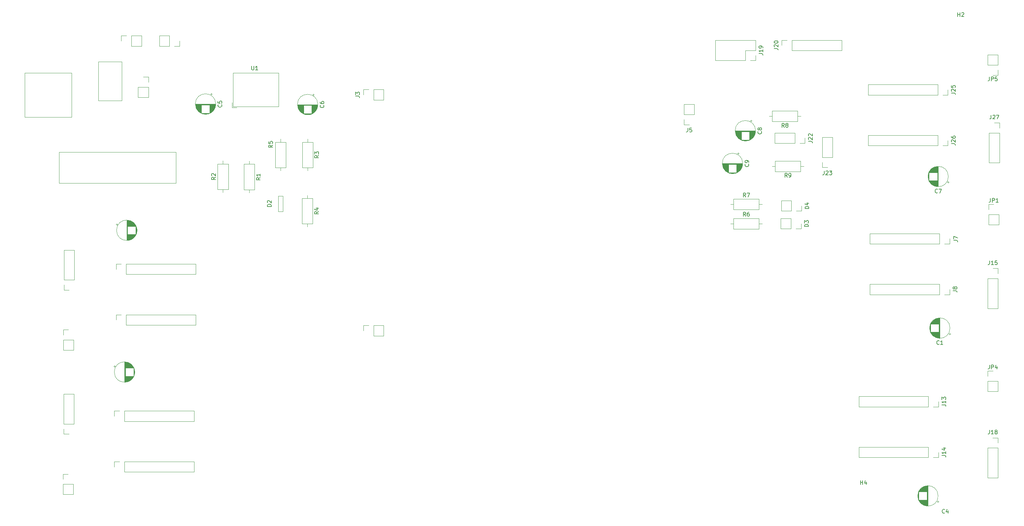
<source format=gbr>
%TF.GenerationSoftware,KiCad,Pcbnew,6.0.2+dfsg-1*%
%TF.CreationDate,2023-03-15T19:16:11+01:00*%
%TF.ProjectId,main_PCB,6d61696e-5f50-4434-922e-6b696361645f,rev?*%
%TF.SameCoordinates,Original*%
%TF.FileFunction,Legend,Top*%
%TF.FilePolarity,Positive*%
%FSLAX46Y46*%
G04 Gerber Fmt 4.6, Leading zero omitted, Abs format (unit mm)*
G04 Created by KiCad (PCBNEW 6.0.2+dfsg-1) date 2023-03-15 19:16:11*
%MOMM*%
%LPD*%
G01*
G04 APERTURE LIST*
%ADD10C,0.150000*%
%ADD11C,0.120000*%
G04 APERTURE END LIST*
D10*
%TO.C,C7*%
X252862733Y-71137742D02*
X252815114Y-71185361D01*
X252672257Y-71232980D01*
X252577019Y-71232980D01*
X252434161Y-71185361D01*
X252338923Y-71090123D01*
X252291304Y-70994885D01*
X252243685Y-70804409D01*
X252243685Y-70661552D01*
X252291304Y-70471076D01*
X252338923Y-70375838D01*
X252434161Y-70280600D01*
X252577019Y-70232980D01*
X252672257Y-70232980D01*
X252815114Y-70280600D01*
X252862733Y-70328219D01*
X253196066Y-70232980D02*
X253862733Y-70232980D01*
X253434161Y-71232980D01*
%TO.C,R8*%
X213574333Y-54384380D02*
X213241000Y-53908190D01*
X213002904Y-54384380D02*
X213002904Y-53384380D01*
X213383857Y-53384380D01*
X213479095Y-53432000D01*
X213526714Y-53479619D01*
X213574333Y-53574857D01*
X213574333Y-53717714D01*
X213526714Y-53812952D01*
X213479095Y-53860571D01*
X213383857Y-53908190D01*
X213002904Y-53908190D01*
X214145761Y-53812952D02*
X214050523Y-53765333D01*
X214002904Y-53717714D01*
X213955285Y-53622476D01*
X213955285Y-53574857D01*
X214002904Y-53479619D01*
X214050523Y-53432000D01*
X214145761Y-53384380D01*
X214336238Y-53384380D01*
X214431476Y-53432000D01*
X214479095Y-53479619D01*
X214526714Y-53574857D01*
X214526714Y-53622476D01*
X214479095Y-53717714D01*
X214431476Y-53765333D01*
X214336238Y-53812952D01*
X214145761Y-53812952D01*
X214050523Y-53860571D01*
X214002904Y-53908190D01*
X213955285Y-54003428D01*
X213955285Y-54193904D01*
X214002904Y-54289142D01*
X214050523Y-54336761D01*
X214145761Y-54384380D01*
X214336238Y-54384380D01*
X214431476Y-54336761D01*
X214479095Y-54289142D01*
X214526714Y-54193904D01*
X214526714Y-54003428D01*
X214479095Y-53908190D01*
X214431476Y-53860571D01*
X214336238Y-53812952D01*
%TO.C,J25*%
X256425580Y-45594523D02*
X257139866Y-45594523D01*
X257282723Y-45642142D01*
X257377961Y-45737380D01*
X257425580Y-45880238D01*
X257425580Y-45975476D01*
X256520819Y-45165952D02*
X256473200Y-45118333D01*
X256425580Y-45023095D01*
X256425580Y-44785000D01*
X256473200Y-44689761D01*
X256520819Y-44642142D01*
X256616057Y-44594523D01*
X256711295Y-44594523D01*
X256854152Y-44642142D01*
X257425580Y-45213571D01*
X257425580Y-44594523D01*
X256425580Y-43689761D02*
X256425580Y-44165952D01*
X256901771Y-44213571D01*
X256854152Y-44165952D01*
X256806533Y-44070714D01*
X256806533Y-43832619D01*
X256854152Y-43737380D01*
X256901771Y-43689761D01*
X256997009Y-43642142D01*
X257235104Y-43642142D01*
X257330342Y-43689761D01*
X257377961Y-43737380D01*
X257425580Y-43832619D01*
X257425580Y-44070714D01*
X257377961Y-44165952D01*
X257330342Y-44213571D01*
%TO.C,H4*%
X233121295Y-146029780D02*
X233121295Y-145029780D01*
X233121295Y-145505971D02*
X233692723Y-145505971D01*
X233692723Y-146029780D02*
X233692723Y-145029780D01*
X234597485Y-145363114D02*
X234597485Y-146029780D01*
X234359390Y-144982161D02*
X234121295Y-145696447D01*
X234740342Y-145696447D01*
%TO.C,J19*%
X207073380Y-35480523D02*
X207787666Y-35480523D01*
X207930523Y-35528142D01*
X208025761Y-35623380D01*
X208073380Y-35766238D01*
X208073380Y-35861476D01*
X208073380Y-34480523D02*
X208073380Y-35051952D01*
X208073380Y-34766238D02*
X207073380Y-34766238D01*
X207216238Y-34861476D01*
X207311476Y-34956714D01*
X207359095Y-35051952D01*
X208073380Y-34004333D02*
X208073380Y-33813857D01*
X208025761Y-33718619D01*
X207978142Y-33671000D01*
X207835285Y-33575761D01*
X207644809Y-33528142D01*
X207263857Y-33528142D01*
X207168619Y-33575761D01*
X207121000Y-33623380D01*
X207073380Y-33718619D01*
X207073380Y-33909095D01*
X207121000Y-34004333D01*
X207168619Y-34051952D01*
X207263857Y-34099571D01*
X207501952Y-34099571D01*
X207597190Y-34051952D01*
X207644809Y-34004333D01*
X207692428Y-33909095D01*
X207692428Y-33718619D01*
X207644809Y-33623380D01*
X207597190Y-33575761D01*
X207501952Y-33528142D01*
%TO.C,D2*%
X81986380Y-74702895D02*
X80986380Y-74702895D01*
X80986380Y-74464800D01*
X81034000Y-74321942D01*
X81129238Y-74226704D01*
X81224476Y-74179085D01*
X81414952Y-74131466D01*
X81557809Y-74131466D01*
X81748285Y-74179085D01*
X81843523Y-74226704D01*
X81938761Y-74321942D01*
X81986380Y-74464800D01*
X81986380Y-74702895D01*
X81081619Y-73750514D02*
X81034000Y-73702895D01*
X80986380Y-73607657D01*
X80986380Y-73369561D01*
X81034000Y-73274323D01*
X81081619Y-73226704D01*
X81176857Y-73179085D01*
X81272095Y-73179085D01*
X81414952Y-73226704D01*
X81986380Y-73798133D01*
X81986380Y-73179085D01*
%TO.C,R1*%
X79174780Y-67298866D02*
X78698590Y-67632200D01*
X79174780Y-67870295D02*
X78174780Y-67870295D01*
X78174780Y-67489342D01*
X78222400Y-67394104D01*
X78270019Y-67346485D01*
X78365257Y-67298866D01*
X78508114Y-67298866D01*
X78603352Y-67346485D01*
X78650971Y-67394104D01*
X78698590Y-67489342D01*
X78698590Y-67870295D01*
X79174780Y-66346485D02*
X79174780Y-66917914D01*
X79174780Y-66632200D02*
X78174780Y-66632200D01*
X78317638Y-66727438D01*
X78412876Y-66822676D01*
X78460495Y-66917914D01*
%TO.C,J23*%
X223828476Y-65580380D02*
X223828476Y-66294666D01*
X223780857Y-66437523D01*
X223685619Y-66532761D01*
X223542761Y-66580380D01*
X223447523Y-66580380D01*
X224257047Y-65675619D02*
X224304666Y-65628000D01*
X224399904Y-65580380D01*
X224638000Y-65580380D01*
X224733238Y-65628000D01*
X224780857Y-65675619D01*
X224828476Y-65770857D01*
X224828476Y-65866095D01*
X224780857Y-66008952D01*
X224209428Y-66580380D01*
X224828476Y-66580380D01*
X225161809Y-65580380D02*
X225780857Y-65580380D01*
X225447523Y-65961333D01*
X225590380Y-65961333D01*
X225685619Y-66008952D01*
X225733238Y-66056571D01*
X225780857Y-66151809D01*
X225780857Y-66389904D01*
X225733238Y-66485142D01*
X225685619Y-66532761D01*
X225590380Y-66580380D01*
X225304666Y-66580380D01*
X225209428Y-66532761D01*
X225161809Y-66485142D01*
%TO.C,C4*%
X254696934Y-153315942D02*
X254649315Y-153363561D01*
X254506458Y-153411180D01*
X254411220Y-153411180D01*
X254268362Y-153363561D01*
X254173124Y-153268323D01*
X254125505Y-153173085D01*
X254077886Y-152982609D01*
X254077886Y-152839752D01*
X254125505Y-152649276D01*
X254173124Y-152554038D01*
X254268362Y-152458800D01*
X254411220Y-152411180D01*
X254506458Y-152411180D01*
X254649315Y-152458800D01*
X254696934Y-152506419D01*
X255554077Y-152744514D02*
X255554077Y-153411180D01*
X255315981Y-152363561D02*
X255077886Y-153077847D01*
X255696934Y-153077847D01*
%TO.C,J18*%
X266220676Y-132089780D02*
X266220676Y-132804066D01*
X266173057Y-132946923D01*
X266077819Y-133042161D01*
X265934961Y-133089780D01*
X265839723Y-133089780D01*
X267220676Y-133089780D02*
X266649247Y-133089780D01*
X266934961Y-133089780D02*
X266934961Y-132089780D01*
X266839723Y-132232638D01*
X266744485Y-132327876D01*
X266649247Y-132375495D01*
X267792104Y-132518352D02*
X267696866Y-132470733D01*
X267649247Y-132423114D01*
X267601628Y-132327876D01*
X267601628Y-132280257D01*
X267649247Y-132185019D01*
X267696866Y-132137400D01*
X267792104Y-132089780D01*
X267982580Y-132089780D01*
X268077819Y-132137400D01*
X268125438Y-132185019D01*
X268173057Y-132280257D01*
X268173057Y-132327876D01*
X268125438Y-132423114D01*
X268077819Y-132470733D01*
X267982580Y-132518352D01*
X267792104Y-132518352D01*
X267696866Y-132565971D01*
X267649247Y-132613590D01*
X267601628Y-132708828D01*
X267601628Y-132899304D01*
X267649247Y-132994542D01*
X267696866Y-133042161D01*
X267792104Y-133089780D01*
X267982580Y-133089780D01*
X268077819Y-133042161D01*
X268125438Y-132994542D01*
X268173057Y-132899304D01*
X268173057Y-132708828D01*
X268125438Y-132613590D01*
X268077819Y-132565971D01*
X267982580Y-132518352D01*
%TO.C,D4*%
X219884380Y-75287095D02*
X218884380Y-75287095D01*
X218884380Y-75049000D01*
X218932000Y-74906142D01*
X219027238Y-74810904D01*
X219122476Y-74763285D01*
X219312952Y-74715666D01*
X219455809Y-74715666D01*
X219646285Y-74763285D01*
X219741523Y-74810904D01*
X219836761Y-74906142D01*
X219884380Y-75049000D01*
X219884380Y-75287095D01*
X219217714Y-73858523D02*
X219884380Y-73858523D01*
X218836761Y-74096619D02*
X219551047Y-74334714D01*
X219551047Y-73715666D01*
%TO.C,U1*%
X76962095Y-38695380D02*
X76962095Y-39504904D01*
X77009714Y-39600142D01*
X77057333Y-39647761D01*
X77152571Y-39695380D01*
X77343047Y-39695380D01*
X77438285Y-39647761D01*
X77485904Y-39600142D01*
X77533523Y-39504904D01*
X77533523Y-38695380D01*
X78533523Y-39695380D02*
X77962095Y-39695380D01*
X78247809Y-39695380D02*
X78247809Y-38695380D01*
X78152571Y-38838238D01*
X78057333Y-38933476D01*
X77962095Y-38981095D01*
%TO.C,J22*%
X219758380Y-57984523D02*
X220472666Y-57984523D01*
X220615523Y-58032142D01*
X220710761Y-58127380D01*
X220758380Y-58270238D01*
X220758380Y-58365476D01*
X219853619Y-57555952D02*
X219806000Y-57508333D01*
X219758380Y-57413095D01*
X219758380Y-57175000D01*
X219806000Y-57079761D01*
X219853619Y-57032142D01*
X219948857Y-56984523D01*
X220044095Y-56984523D01*
X220186952Y-57032142D01*
X220758380Y-57603571D01*
X220758380Y-56984523D01*
X219853619Y-56603571D02*
X219806000Y-56555952D01*
X219758380Y-56460714D01*
X219758380Y-56222619D01*
X219806000Y-56127380D01*
X219853619Y-56079761D01*
X219948857Y-56032142D01*
X220044095Y-56032142D01*
X220186952Y-56079761D01*
X220758380Y-56651190D01*
X220758380Y-56032142D01*
%TO.C,J13*%
X254012980Y-125589723D02*
X254727266Y-125589723D01*
X254870123Y-125637342D01*
X254965361Y-125732580D01*
X255012980Y-125875438D01*
X255012980Y-125970676D01*
X255012980Y-124589723D02*
X255012980Y-125161152D01*
X255012980Y-124875438D02*
X254012980Y-124875438D01*
X254155838Y-124970676D01*
X254251076Y-125065914D01*
X254298695Y-125161152D01*
X254012980Y-124256390D02*
X254012980Y-123637342D01*
X254393933Y-123970676D01*
X254393933Y-123827819D01*
X254441552Y-123732580D01*
X254489171Y-123684961D01*
X254584409Y-123637342D01*
X254822504Y-123637342D01*
X254917742Y-123684961D01*
X254965361Y-123732580D01*
X255012980Y-123827819D01*
X255012980Y-124113533D01*
X254965361Y-124208771D01*
X254917742Y-124256390D01*
%TO.C,R5*%
X82316580Y-58967666D02*
X81840390Y-59301000D01*
X82316580Y-59539095D02*
X81316580Y-59539095D01*
X81316580Y-59158142D01*
X81364200Y-59062904D01*
X81411819Y-59015285D01*
X81507057Y-58967666D01*
X81649914Y-58967666D01*
X81745152Y-59015285D01*
X81792771Y-59062904D01*
X81840390Y-59158142D01*
X81840390Y-59539095D01*
X81316580Y-58062904D02*
X81316580Y-58539095D01*
X81792771Y-58586714D01*
X81745152Y-58539095D01*
X81697533Y-58443857D01*
X81697533Y-58205761D01*
X81745152Y-58110523D01*
X81792771Y-58062904D01*
X81888009Y-58015285D01*
X82126104Y-58015285D01*
X82221342Y-58062904D01*
X82268961Y-58110523D01*
X82316580Y-58205761D01*
X82316580Y-58443857D01*
X82268961Y-58539095D01*
X82221342Y-58586714D01*
%TO.C,J27*%
X266626676Y-51251580D02*
X266626676Y-51965866D01*
X266579057Y-52108723D01*
X266483819Y-52203961D01*
X266340961Y-52251580D01*
X266245723Y-52251580D01*
X267055247Y-51346819D02*
X267102866Y-51299200D01*
X267198104Y-51251580D01*
X267436200Y-51251580D01*
X267531438Y-51299200D01*
X267579057Y-51346819D01*
X267626676Y-51442057D01*
X267626676Y-51537295D01*
X267579057Y-51680152D01*
X267007628Y-52251580D01*
X267626676Y-52251580D01*
X267960009Y-51251580D02*
X268626676Y-51251580D01*
X268198104Y-52251580D01*
%TO.C,C9*%
X204386142Y-63838554D02*
X204433761Y-63886173D01*
X204481380Y-64029030D01*
X204481380Y-64124268D01*
X204433761Y-64267126D01*
X204338523Y-64362364D01*
X204243285Y-64409983D01*
X204052809Y-64457602D01*
X203909952Y-64457602D01*
X203719476Y-64409983D01*
X203624238Y-64362364D01*
X203529000Y-64267126D01*
X203481380Y-64124268D01*
X203481380Y-64029030D01*
X203529000Y-63886173D01*
X203576619Y-63838554D01*
X204481380Y-63362364D02*
X204481380Y-63171888D01*
X204433761Y-63076649D01*
X204386142Y-63029030D01*
X204243285Y-62933792D01*
X204052809Y-62886173D01*
X203671857Y-62886173D01*
X203576619Y-62933792D01*
X203529000Y-62981411D01*
X203481380Y-63076649D01*
X203481380Y-63267126D01*
X203529000Y-63362364D01*
X203576619Y-63409983D01*
X203671857Y-63457602D01*
X203909952Y-63457602D01*
X204005190Y-63409983D01*
X204052809Y-63362364D01*
X204100428Y-63267126D01*
X204100428Y-63076649D01*
X204052809Y-62981411D01*
X204005190Y-62933792D01*
X203909952Y-62886173D01*
%TO.C,JP5*%
X266196866Y-41482580D02*
X266196866Y-42196866D01*
X266149247Y-42339723D01*
X266054009Y-42434961D01*
X265911152Y-42482580D01*
X265815914Y-42482580D01*
X266673057Y-42482580D02*
X266673057Y-41482580D01*
X267054009Y-41482580D01*
X267149247Y-41530200D01*
X267196866Y-41577819D01*
X267244485Y-41673057D01*
X267244485Y-41815914D01*
X267196866Y-41911152D01*
X267149247Y-41958771D01*
X267054009Y-42006390D01*
X266673057Y-42006390D01*
X268149247Y-41482580D02*
X267673057Y-41482580D01*
X267625438Y-41958771D01*
X267673057Y-41911152D01*
X267768295Y-41863533D01*
X268006390Y-41863533D01*
X268101628Y-41911152D01*
X268149247Y-41958771D01*
X268196866Y-42054009D01*
X268196866Y-42292104D01*
X268149247Y-42387342D01*
X268101628Y-42434961D01*
X268006390Y-42482580D01*
X267768295Y-42482580D01*
X267673057Y-42434961D01*
X267625438Y-42387342D01*
%TO.C,R9*%
X214336333Y-67211380D02*
X214003000Y-66735190D01*
X213764904Y-67211380D02*
X213764904Y-66211380D01*
X214145857Y-66211380D01*
X214241095Y-66259000D01*
X214288714Y-66306619D01*
X214336333Y-66401857D01*
X214336333Y-66544714D01*
X214288714Y-66639952D01*
X214241095Y-66687571D01*
X214145857Y-66735190D01*
X213764904Y-66735190D01*
X214812523Y-67211380D02*
X215003000Y-67211380D01*
X215098238Y-67163761D01*
X215145857Y-67116142D01*
X215241095Y-66973285D01*
X215288714Y-66782809D01*
X215288714Y-66401857D01*
X215241095Y-66306619D01*
X215193476Y-66259000D01*
X215098238Y-66211380D01*
X214907761Y-66211380D01*
X214812523Y-66259000D01*
X214764904Y-66306619D01*
X214717285Y-66401857D01*
X214717285Y-66639952D01*
X214764904Y-66735190D01*
X214812523Y-66782809D01*
X214907761Y-66830428D01*
X215098238Y-66830428D01*
X215193476Y-66782809D01*
X215241095Y-66735190D01*
X215288714Y-66639952D01*
%TO.C,R6*%
X203668333Y-77203380D02*
X203335000Y-76727190D01*
X203096904Y-77203380D02*
X203096904Y-76203380D01*
X203477857Y-76203380D01*
X203573095Y-76251000D01*
X203620714Y-76298619D01*
X203668333Y-76393857D01*
X203668333Y-76536714D01*
X203620714Y-76631952D01*
X203573095Y-76679571D01*
X203477857Y-76727190D01*
X203096904Y-76727190D01*
X204525476Y-76203380D02*
X204335000Y-76203380D01*
X204239761Y-76251000D01*
X204192142Y-76298619D01*
X204096904Y-76441476D01*
X204049285Y-76631952D01*
X204049285Y-77012904D01*
X204096904Y-77108142D01*
X204144523Y-77155761D01*
X204239761Y-77203380D01*
X204430238Y-77203380D01*
X204525476Y-77155761D01*
X204573095Y-77108142D01*
X204620714Y-77012904D01*
X204620714Y-76774809D01*
X204573095Y-76679571D01*
X204525476Y-76631952D01*
X204430238Y-76584333D01*
X204239761Y-76584333D01*
X204144523Y-76631952D01*
X204096904Y-76679571D01*
X204049285Y-76774809D01*
%TO.C,R3*%
X94135380Y-61634666D02*
X93659190Y-61968000D01*
X94135380Y-62206095D02*
X93135380Y-62206095D01*
X93135380Y-61825142D01*
X93183000Y-61729904D01*
X93230619Y-61682285D01*
X93325857Y-61634666D01*
X93468714Y-61634666D01*
X93563952Y-61682285D01*
X93611571Y-61729904D01*
X93659190Y-61825142D01*
X93659190Y-62206095D01*
X93135380Y-61301333D02*
X93135380Y-60682285D01*
X93516333Y-61015619D01*
X93516333Y-60872761D01*
X93563952Y-60777523D01*
X93611571Y-60729904D01*
X93706809Y-60682285D01*
X93944904Y-60682285D01*
X94040142Y-60729904D01*
X94087761Y-60777523D01*
X94135380Y-60872761D01*
X94135380Y-61158476D01*
X94087761Y-61253714D01*
X94040142Y-61301333D01*
%TO.C,R2*%
X67678380Y-67222666D02*
X67202190Y-67556000D01*
X67678380Y-67794095D02*
X66678380Y-67794095D01*
X66678380Y-67413142D01*
X66726000Y-67317904D01*
X66773619Y-67270285D01*
X66868857Y-67222666D01*
X67011714Y-67222666D01*
X67106952Y-67270285D01*
X67154571Y-67317904D01*
X67202190Y-67413142D01*
X67202190Y-67794095D01*
X66773619Y-66841714D02*
X66726000Y-66794095D01*
X66678380Y-66698857D01*
X66678380Y-66460761D01*
X66726000Y-66365523D01*
X66773619Y-66317904D01*
X66868857Y-66270285D01*
X66964095Y-66270285D01*
X67106952Y-66317904D01*
X67678380Y-66889333D01*
X67678380Y-66270285D01*
%TO.C,J15*%
X266246076Y-88630380D02*
X266246076Y-89344666D01*
X266198457Y-89487523D01*
X266103219Y-89582761D01*
X265960361Y-89630380D01*
X265865123Y-89630380D01*
X267246076Y-89630380D02*
X266674647Y-89630380D01*
X266960361Y-89630380D02*
X266960361Y-88630380D01*
X266865123Y-88773238D01*
X266769885Y-88868476D01*
X266674647Y-88916095D01*
X268150838Y-88630380D02*
X267674647Y-88630380D01*
X267627028Y-89106571D01*
X267674647Y-89058952D01*
X267769885Y-89011333D01*
X268007980Y-89011333D01*
X268103219Y-89058952D01*
X268150838Y-89106571D01*
X268198457Y-89201809D01*
X268198457Y-89439904D01*
X268150838Y-89535142D01*
X268103219Y-89582761D01*
X268007980Y-89630380D01*
X267769885Y-89630380D01*
X267674647Y-89582761D01*
X267627028Y-89535142D01*
%TO.C,J20*%
X210956380Y-34185523D02*
X211670666Y-34185523D01*
X211813523Y-34233142D01*
X211908761Y-34328380D01*
X211956380Y-34471238D01*
X211956380Y-34566476D01*
X211051619Y-33756952D02*
X211004000Y-33709333D01*
X210956380Y-33614095D01*
X210956380Y-33376000D01*
X211004000Y-33280761D01*
X211051619Y-33233142D01*
X211146857Y-33185523D01*
X211242095Y-33185523D01*
X211384952Y-33233142D01*
X211956380Y-33804571D01*
X211956380Y-33185523D01*
X210956380Y-32566476D02*
X210956380Y-32471238D01*
X211004000Y-32376000D01*
X211051619Y-32328380D01*
X211146857Y-32280761D01*
X211337333Y-32233142D01*
X211575428Y-32233142D01*
X211765904Y-32280761D01*
X211861142Y-32328380D01*
X211908761Y-32376000D01*
X211956380Y-32471238D01*
X211956380Y-32566476D01*
X211908761Y-32661714D01*
X211861142Y-32709333D01*
X211765904Y-32756952D01*
X211575428Y-32804571D01*
X211337333Y-32804571D01*
X211146857Y-32756952D01*
X211051619Y-32709333D01*
X211004000Y-32661714D01*
X210956380Y-32566476D01*
%TO.C,R4*%
X94084580Y-76036466D02*
X93608390Y-76369800D01*
X94084580Y-76607895D02*
X93084580Y-76607895D01*
X93084580Y-76226942D01*
X93132200Y-76131704D01*
X93179819Y-76084085D01*
X93275057Y-76036466D01*
X93417914Y-76036466D01*
X93513152Y-76084085D01*
X93560771Y-76131704D01*
X93608390Y-76226942D01*
X93608390Y-76607895D01*
X93417914Y-75179323D02*
X94084580Y-75179323D01*
X93036961Y-75417419D02*
X93751247Y-75655514D01*
X93751247Y-75036466D01*
%TO.C,J14*%
X254012980Y-138589723D02*
X254727266Y-138589723D01*
X254870123Y-138637342D01*
X254965361Y-138732580D01*
X255012980Y-138875438D01*
X255012980Y-138970676D01*
X255012980Y-137589723D02*
X255012980Y-138161152D01*
X255012980Y-137875438D02*
X254012980Y-137875438D01*
X254155838Y-137970676D01*
X254251076Y-138065914D01*
X254298695Y-138161152D01*
X254346314Y-136732580D02*
X255012980Y-136732580D01*
X253965361Y-136970676D02*
X254679647Y-137208771D01*
X254679647Y-136589723D01*
%TO.C,H2*%
X258064095Y-25989380D02*
X258064095Y-24989380D01*
X258064095Y-25465571D02*
X258635523Y-25465571D01*
X258635523Y-25989380D02*
X258635523Y-24989380D01*
X259064095Y-25084619D02*
X259111714Y-25037000D01*
X259206952Y-24989380D01*
X259445047Y-24989380D01*
X259540285Y-25037000D01*
X259587904Y-25084619D01*
X259635523Y-25179857D01*
X259635523Y-25275095D01*
X259587904Y-25417952D01*
X259016476Y-25989380D01*
X259635523Y-25989380D01*
%TO.C,C1*%
X253280446Y-110025142D02*
X253232827Y-110072761D01*
X253089970Y-110120380D01*
X252994732Y-110120380D01*
X252851874Y-110072761D01*
X252756636Y-109977523D01*
X252709017Y-109882285D01*
X252661398Y-109691809D01*
X252661398Y-109548952D01*
X252709017Y-109358476D01*
X252756636Y-109263238D01*
X252851874Y-109168000D01*
X252994732Y-109120380D01*
X253089970Y-109120380D01*
X253232827Y-109168000D01*
X253280446Y-109215619D01*
X254232827Y-110120380D02*
X253661398Y-110120380D01*
X253947113Y-110120380D02*
X253947113Y-109120380D01*
X253851874Y-109263238D01*
X253756636Y-109358476D01*
X253661398Y-109406095D01*
%TO.C,JP4*%
X266222666Y-115395180D02*
X266222666Y-116109466D01*
X266175047Y-116252323D01*
X266079809Y-116347561D01*
X265936952Y-116395180D01*
X265841714Y-116395180D01*
X266698857Y-116395180D02*
X266698857Y-115395180D01*
X267079809Y-115395180D01*
X267175047Y-115442800D01*
X267222666Y-115490419D01*
X267270285Y-115585657D01*
X267270285Y-115728514D01*
X267222666Y-115823752D01*
X267175047Y-115871371D01*
X267079809Y-115918990D01*
X266698857Y-115918990D01*
X268127428Y-115728514D02*
X268127428Y-116395180D01*
X267889333Y-115347561D02*
X267651238Y-116061847D01*
X268270285Y-116061847D01*
%TO.C,J26*%
X256425580Y-58594523D02*
X257139866Y-58594523D01*
X257282723Y-58642142D01*
X257377961Y-58737380D01*
X257425580Y-58880238D01*
X257425580Y-58975476D01*
X256520819Y-58165952D02*
X256473200Y-58118333D01*
X256425580Y-58023095D01*
X256425580Y-57785000D01*
X256473200Y-57689761D01*
X256520819Y-57642142D01*
X256616057Y-57594523D01*
X256711295Y-57594523D01*
X256854152Y-57642142D01*
X257425580Y-58213571D01*
X257425580Y-57594523D01*
X256425580Y-56737380D02*
X256425580Y-56927857D01*
X256473200Y-57023095D01*
X256520819Y-57070714D01*
X256663676Y-57165952D01*
X256854152Y-57213571D01*
X257235104Y-57213571D01*
X257330342Y-57165952D01*
X257377961Y-57118333D01*
X257425580Y-57023095D01*
X257425580Y-56832619D01*
X257377961Y-56737380D01*
X257330342Y-56689761D01*
X257235104Y-56642142D01*
X256997009Y-56642142D01*
X256901771Y-56689761D01*
X256854152Y-56737380D01*
X256806533Y-56832619D01*
X256806533Y-57023095D01*
X256854152Y-57118333D01*
X256901771Y-57165952D01*
X256997009Y-57213571D01*
%TO.C,J5*%
X188845866Y-54597180D02*
X188845866Y-55311466D01*
X188798247Y-55454323D01*
X188703009Y-55549561D01*
X188560152Y-55597180D01*
X188464914Y-55597180D01*
X189798247Y-54597180D02*
X189322057Y-54597180D01*
X189274438Y-55073371D01*
X189322057Y-55025752D01*
X189417295Y-54978133D01*
X189655390Y-54978133D01*
X189750628Y-55025752D01*
X189798247Y-55073371D01*
X189845866Y-55168609D01*
X189845866Y-55406704D01*
X189798247Y-55501942D01*
X189750628Y-55549561D01*
X189655390Y-55597180D01*
X189417295Y-55597180D01*
X189322057Y-55549561D01*
X189274438Y-55501942D01*
%TO.C,D3*%
X219757380Y-79859095D02*
X218757380Y-79859095D01*
X218757380Y-79621000D01*
X218805000Y-79478142D01*
X218900238Y-79382904D01*
X218995476Y-79335285D01*
X219185952Y-79287666D01*
X219328809Y-79287666D01*
X219519285Y-79335285D01*
X219614523Y-79382904D01*
X219709761Y-79478142D01*
X219757380Y-79621000D01*
X219757380Y-79859095D01*
X218757380Y-78954333D02*
X218757380Y-78335285D01*
X219138333Y-78668619D01*
X219138333Y-78525761D01*
X219185952Y-78430523D01*
X219233571Y-78382904D01*
X219328809Y-78335285D01*
X219566904Y-78335285D01*
X219662142Y-78382904D01*
X219709761Y-78430523D01*
X219757380Y-78525761D01*
X219757380Y-78811476D01*
X219709761Y-78906714D01*
X219662142Y-78954333D01*
%TO.C,JP1*%
X266450866Y-72631580D02*
X266450866Y-73345866D01*
X266403247Y-73488723D01*
X266308009Y-73583961D01*
X266165152Y-73631580D01*
X266069914Y-73631580D01*
X266927057Y-73631580D02*
X266927057Y-72631580D01*
X267308009Y-72631580D01*
X267403247Y-72679200D01*
X267450866Y-72726819D01*
X267498485Y-72822057D01*
X267498485Y-72964914D01*
X267450866Y-73060152D01*
X267403247Y-73107771D01*
X267308009Y-73155390D01*
X266927057Y-73155390D01*
X268450866Y-73631580D02*
X267879438Y-73631580D01*
X268165152Y-73631580D02*
X268165152Y-72631580D01*
X268069914Y-72774438D01*
X267974676Y-72869676D01*
X267879438Y-72917295D01*
%TO.C,J3*%
X103632580Y-46383533D02*
X104346866Y-46383533D01*
X104489723Y-46431152D01*
X104584961Y-46526390D01*
X104632580Y-46669247D01*
X104632580Y-46764485D01*
X103632580Y-46002580D02*
X103632580Y-45383533D01*
X104013533Y-45716866D01*
X104013533Y-45574009D01*
X104061152Y-45478771D01*
X104108771Y-45431152D01*
X104204009Y-45383533D01*
X104442104Y-45383533D01*
X104537342Y-45431152D01*
X104584961Y-45478771D01*
X104632580Y-45574009D01*
X104632580Y-45859723D01*
X104584961Y-45954961D01*
X104537342Y-46002580D01*
%TO.C,J8*%
X256857380Y-96319933D02*
X257571666Y-96319933D01*
X257714523Y-96367552D01*
X257809761Y-96462790D01*
X257857380Y-96605647D01*
X257857380Y-96700885D01*
X257285952Y-95700885D02*
X257238333Y-95796123D01*
X257190714Y-95843742D01*
X257095476Y-95891361D01*
X257047857Y-95891361D01*
X256952619Y-95843742D01*
X256905000Y-95796123D01*
X256857380Y-95700885D01*
X256857380Y-95510409D01*
X256905000Y-95415171D01*
X256952619Y-95367552D01*
X257047857Y-95319933D01*
X257095476Y-95319933D01*
X257190714Y-95367552D01*
X257238333Y-95415171D01*
X257285952Y-95510409D01*
X257285952Y-95700885D01*
X257333571Y-95796123D01*
X257381190Y-95843742D01*
X257476428Y-95891361D01*
X257666904Y-95891361D01*
X257762142Y-95843742D01*
X257809761Y-95796123D01*
X257857380Y-95700885D01*
X257857380Y-95510409D01*
X257809761Y-95415171D01*
X257762142Y-95367552D01*
X257666904Y-95319933D01*
X257476428Y-95319933D01*
X257381190Y-95367552D01*
X257333571Y-95415171D01*
X257285952Y-95510409D01*
%TO.C,C6*%
X95420142Y-48725554D02*
X95467761Y-48773173D01*
X95515380Y-48916030D01*
X95515380Y-49011268D01*
X95467761Y-49154126D01*
X95372523Y-49249364D01*
X95277285Y-49296983D01*
X95086809Y-49344602D01*
X94943952Y-49344602D01*
X94753476Y-49296983D01*
X94658238Y-49249364D01*
X94563000Y-49154126D01*
X94515380Y-49011268D01*
X94515380Y-48916030D01*
X94563000Y-48773173D01*
X94610619Y-48725554D01*
X94515380Y-47868411D02*
X94515380Y-48058888D01*
X94563000Y-48154126D01*
X94610619Y-48201745D01*
X94753476Y-48296983D01*
X94943952Y-48344602D01*
X95324904Y-48344602D01*
X95420142Y-48296983D01*
X95467761Y-48249364D01*
X95515380Y-48154126D01*
X95515380Y-47963649D01*
X95467761Y-47868411D01*
X95420142Y-47820792D01*
X95324904Y-47773173D01*
X95086809Y-47773173D01*
X94991571Y-47820792D01*
X94943952Y-47868411D01*
X94896333Y-47963649D01*
X94896333Y-48154126D01*
X94943952Y-48249364D01*
X94991571Y-48296983D01*
X95086809Y-48344602D01*
%TO.C,R7*%
X203668333Y-72250380D02*
X203335000Y-71774190D01*
X203096904Y-72250380D02*
X203096904Y-71250380D01*
X203477857Y-71250380D01*
X203573095Y-71298000D01*
X203620714Y-71345619D01*
X203668333Y-71440857D01*
X203668333Y-71583714D01*
X203620714Y-71678952D01*
X203573095Y-71726571D01*
X203477857Y-71774190D01*
X203096904Y-71774190D01*
X204001666Y-71250380D02*
X204668333Y-71250380D01*
X204239761Y-72250380D01*
%TO.C,C5*%
X69232742Y-48598554D02*
X69280361Y-48646173D01*
X69327980Y-48789030D01*
X69327980Y-48884268D01*
X69280361Y-49027126D01*
X69185123Y-49122364D01*
X69089885Y-49169983D01*
X68899409Y-49217602D01*
X68756552Y-49217602D01*
X68566076Y-49169983D01*
X68470838Y-49122364D01*
X68375600Y-49027126D01*
X68327980Y-48884268D01*
X68327980Y-48789030D01*
X68375600Y-48646173D01*
X68423219Y-48598554D01*
X68327980Y-47693792D02*
X68327980Y-48169983D01*
X68804171Y-48217602D01*
X68756552Y-48169983D01*
X68708933Y-48074745D01*
X68708933Y-47836649D01*
X68756552Y-47741411D01*
X68804171Y-47693792D01*
X68899409Y-47646173D01*
X69137504Y-47646173D01*
X69232742Y-47693792D01*
X69280361Y-47741411D01*
X69327980Y-47836649D01*
X69327980Y-48074745D01*
X69280361Y-48169983D01*
X69232742Y-48217602D01*
%TO.C,J7*%
X257008380Y-83396133D02*
X257722666Y-83396133D01*
X257865523Y-83443752D01*
X257960761Y-83538990D01*
X258008380Y-83681847D01*
X258008380Y-83777085D01*
X257008380Y-83015180D02*
X257008380Y-82348514D01*
X258008380Y-82777085D01*
%TO.C,C8*%
X207688142Y-55456554D02*
X207735761Y-55504173D01*
X207783380Y-55647030D01*
X207783380Y-55742268D01*
X207735761Y-55885126D01*
X207640523Y-55980364D01*
X207545285Y-56027983D01*
X207354809Y-56075602D01*
X207211952Y-56075602D01*
X207021476Y-56027983D01*
X206926238Y-55980364D01*
X206831000Y-55885126D01*
X206783380Y-55742268D01*
X206783380Y-55647030D01*
X206831000Y-55504173D01*
X206878619Y-55456554D01*
X207211952Y-54885126D02*
X207164333Y-54980364D01*
X207116714Y-55027983D01*
X207021476Y-55075602D01*
X206973857Y-55075602D01*
X206878619Y-55027983D01*
X206831000Y-54980364D01*
X206783380Y-54885126D01*
X206783380Y-54694649D01*
X206831000Y-54599411D01*
X206878619Y-54551792D01*
X206973857Y-54504173D01*
X207021476Y-54504173D01*
X207116714Y-54551792D01*
X207164333Y-54599411D01*
X207211952Y-54694649D01*
X207211952Y-54885126D01*
X207259571Y-54980364D01*
X207307190Y-55027983D01*
X207402428Y-55075602D01*
X207592904Y-55075602D01*
X207688142Y-55027983D01*
X207735761Y-54980364D01*
X207783380Y-54885126D01*
X207783380Y-54694649D01*
X207735761Y-54599411D01*
X207688142Y-54551792D01*
X207592904Y-54504173D01*
X207402428Y-54504173D01*
X207307190Y-54551792D01*
X207259571Y-54599411D01*
X207211952Y-54694649D01*
D11*
%TO.C,C7*%
X252068400Y-69428600D02*
X252068400Y-68070600D01*
X250788400Y-68349600D02*
X250788400Y-68070600D01*
X250468400Y-67548600D02*
X250468400Y-66512600D01*
X250668400Y-68128600D02*
X250668400Y-65932600D01*
X251868400Y-69340600D02*
X251868400Y-68070600D01*
X251748400Y-65990600D02*
X251748400Y-64783600D01*
X252148400Y-65990600D02*
X252148400Y-64602600D01*
X252148400Y-69458600D02*
X252148400Y-68070600D01*
X250988400Y-65990600D02*
X250988400Y-65425600D01*
X251468400Y-65990600D02*
X251468400Y-64965600D01*
X250708400Y-68208600D02*
X250708400Y-65852600D01*
X252509400Y-65990600D02*
X252509400Y-64502600D01*
X251268400Y-65990600D02*
X251268400Y-65129600D01*
X251308400Y-65990600D02*
X251308400Y-65093600D01*
X251548400Y-69152600D02*
X251548400Y-68070600D01*
X252188400Y-65990600D02*
X252188400Y-64588600D01*
X252749400Y-69595600D02*
X252749400Y-68070600D01*
X252629400Y-69580600D02*
X252629400Y-68070600D01*
X252268400Y-65990600D02*
X252268400Y-64562600D01*
X252869400Y-69606600D02*
X252869400Y-64454600D01*
X251308400Y-68967600D02*
X251308400Y-68070600D01*
X252228400Y-69485600D02*
X252228400Y-68070600D01*
X252389400Y-65990600D02*
X252389400Y-64529600D01*
X251068400Y-65990600D02*
X251068400Y-65331600D01*
X251828400Y-69320600D02*
X251828400Y-68070600D01*
X255584175Y-68755600D02*
X255584175Y-68255600D01*
X252989400Y-69610600D02*
X252989400Y-64450600D01*
X251788400Y-65990600D02*
X251788400Y-64762600D01*
X250948400Y-65990600D02*
X250948400Y-65476600D01*
X252308400Y-65990600D02*
X252308400Y-64550600D01*
X250788400Y-65990600D02*
X250788400Y-65711600D01*
X251428400Y-65990600D02*
X251428400Y-64995600D01*
X250748400Y-68281600D02*
X250748400Y-68070600D01*
X251268400Y-68931600D02*
X251268400Y-68070600D01*
X251628400Y-69205600D02*
X251628400Y-68070600D01*
X250428400Y-67314600D02*
X250428400Y-66746600D01*
X252789400Y-69599600D02*
X252789400Y-68070600D01*
X252349400Y-65990600D02*
X252349400Y-64539600D01*
X251988400Y-69395600D02*
X251988400Y-68070600D01*
X251348400Y-69001600D02*
X251348400Y-68070600D01*
X251508400Y-65990600D02*
X251508400Y-64935600D01*
X250868400Y-68473600D02*
X250868400Y-68070600D01*
X250748400Y-65990600D02*
X250748400Y-65779600D01*
X252709400Y-69591600D02*
X252709400Y-68070600D01*
X251028400Y-65990600D02*
X251028400Y-65377600D01*
X251668400Y-65990600D02*
X251668400Y-64830600D01*
X251068400Y-68729600D02*
X251068400Y-68070600D01*
X251148400Y-65990600D02*
X251148400Y-65245600D01*
X252108400Y-65990600D02*
X252108400Y-64616600D01*
X251468400Y-69095600D02*
X251468400Y-68070600D01*
X252349400Y-69521600D02*
X252349400Y-68070600D01*
X251108400Y-65990600D02*
X251108400Y-65287600D01*
X252909400Y-69608600D02*
X252909400Y-64452600D01*
X252429400Y-69541600D02*
X252429400Y-68070600D01*
X250868400Y-65990600D02*
X250868400Y-65587600D01*
X252188400Y-69472600D02*
X252188400Y-68070600D01*
X255834175Y-68505600D02*
X255334175Y-68505600D01*
X252028400Y-65990600D02*
X252028400Y-64648600D01*
X252829400Y-69603600D02*
X252829400Y-64457600D01*
X251748400Y-69277600D02*
X251748400Y-68070600D01*
X252749400Y-65990600D02*
X252749400Y-64465600D01*
X251148400Y-68815600D02*
X251148400Y-68070600D01*
X252589400Y-65990600D02*
X252589400Y-64487600D01*
X251388400Y-69034600D02*
X251388400Y-68070600D01*
X251828400Y-65990600D02*
X251828400Y-64740600D01*
X251588400Y-69179600D02*
X251588400Y-68070600D01*
X252669400Y-65990600D02*
X252669400Y-64474600D01*
X250828400Y-65990600D02*
X250828400Y-65647600D01*
X252389400Y-69531600D02*
X252389400Y-68070600D01*
X251628400Y-65990600D02*
X251628400Y-64855600D01*
X252469400Y-65990600D02*
X252469400Y-64510600D01*
X250828400Y-68413600D02*
X250828400Y-68070600D01*
X251588400Y-65990600D02*
X251588400Y-64881600D01*
X251348400Y-65990600D02*
X251348400Y-65059600D01*
X252268400Y-69498600D02*
X252268400Y-68070600D01*
X250948400Y-68584600D02*
X250948400Y-68070600D01*
X251708400Y-69254600D02*
X251708400Y-68070600D01*
X252629400Y-65990600D02*
X252629400Y-64480600D01*
X252308400Y-69510600D02*
X252308400Y-68070600D01*
X251668400Y-69230600D02*
X251668400Y-68070600D01*
X252429400Y-65990600D02*
X252429400Y-64519600D01*
X252549400Y-65990600D02*
X252549400Y-64494600D01*
X252789400Y-65990600D02*
X252789400Y-64461600D01*
X251388400Y-65990600D02*
X251388400Y-65026600D01*
X250508400Y-67707600D02*
X250508400Y-66353600D01*
X251508400Y-69125600D02*
X251508400Y-68070600D01*
X251868400Y-65990600D02*
X251868400Y-64720600D01*
X250908400Y-68530600D02*
X250908400Y-68070600D01*
X252469400Y-69550600D02*
X252469400Y-68070600D01*
X250628400Y-68041600D02*
X250628400Y-66019600D01*
X250988400Y-68635600D02*
X250988400Y-68070600D01*
X251228400Y-68894600D02*
X251228400Y-68070600D01*
X251908400Y-65990600D02*
X251908400Y-64701600D01*
X251908400Y-69359600D02*
X251908400Y-68070600D01*
X251548400Y-65990600D02*
X251548400Y-64908600D01*
X250548400Y-67835600D02*
X250548400Y-66225600D01*
X250588400Y-67945600D02*
X250588400Y-66115600D01*
X251948400Y-65990600D02*
X251948400Y-64682600D01*
X251188400Y-68856600D02*
X251188400Y-68070600D01*
X252669400Y-69586600D02*
X252669400Y-68070600D01*
X251788400Y-69298600D02*
X251788400Y-68070600D01*
X252709400Y-65990600D02*
X252709400Y-64469600D01*
X251948400Y-69378600D02*
X251948400Y-68070600D01*
X251988400Y-65990600D02*
X251988400Y-64665600D01*
X252949400Y-69609600D02*
X252949400Y-64451600D01*
X252108400Y-69444600D02*
X252108400Y-68070600D01*
X251188400Y-65990600D02*
X251188400Y-65204600D01*
X251708400Y-65990600D02*
X251708400Y-64806600D01*
X251228400Y-65990600D02*
X251228400Y-65166600D01*
X251428400Y-69065600D02*
X251428400Y-68070600D01*
X252549400Y-69566600D02*
X252549400Y-68070600D01*
X252068400Y-65990600D02*
X252068400Y-64632600D01*
X251028400Y-68683600D02*
X251028400Y-68070600D01*
X252228400Y-65990600D02*
X252228400Y-64575600D01*
X251108400Y-68773600D02*
X251108400Y-68070600D01*
X252589400Y-69573600D02*
X252589400Y-68070600D01*
X252509400Y-69558600D02*
X252509400Y-68070600D01*
X250908400Y-65990600D02*
X250908400Y-65530600D01*
X252028400Y-69412600D02*
X252028400Y-68070600D01*
X253029400Y-69610600D02*
X253029400Y-64450600D01*
X255649400Y-67030600D02*
G75*
G03*
X255649400Y-67030600I-2620000J0D01*
G01*
%TO.C,R8*%
X217011000Y-50192000D02*
X210471000Y-50192000D01*
X217011000Y-52932000D02*
X217011000Y-50192000D01*
X210471000Y-52932000D02*
X217011000Y-52932000D01*
X210471000Y-50192000D02*
X210471000Y-52932000D01*
X217781000Y-51562000D02*
X217011000Y-51562000D01*
X209701000Y-51562000D02*
X210471000Y-51562000D01*
%TO.C,J25*%
X252933200Y-43455000D02*
X235093200Y-43455000D01*
X235093200Y-43455000D02*
X235093200Y-46115000D01*
X255533200Y-44785000D02*
X255533200Y-46115000D01*
X252933200Y-46115000D02*
X235093200Y-46115000D01*
X252933200Y-43455000D02*
X252933200Y-46115000D01*
X255533200Y-46115000D02*
X254203200Y-46115000D01*
%TO.C,JP3*%
X28565800Y-145973800D02*
X28565800Y-148573800D01*
X28565800Y-144703800D02*
X28565800Y-143373800D01*
X31225800Y-145973800D02*
X31225800Y-148573800D01*
X28565800Y-143373800D02*
X29895800Y-143373800D01*
X28565800Y-148573800D02*
X31225800Y-148573800D01*
X28565800Y-145973800D02*
X31225800Y-145973800D01*
%TO.C,J16*%
X31461226Y-93562374D02*
X28801226Y-93562374D01*
X28801226Y-93562374D02*
X28801226Y-85882374D01*
X31461226Y-93562374D02*
X31461226Y-85882374D01*
X30131226Y-96162374D02*
X28801226Y-96162374D01*
X28801226Y-96162374D02*
X28801226Y-94832374D01*
X31461226Y-85882374D02*
X28801226Y-85882374D01*
%TO.C,J19*%
X203581000Y-37271000D02*
X195901000Y-37271000D01*
X206181000Y-37271000D02*
X204851000Y-37271000D01*
X206181000Y-32071000D02*
X195901000Y-32071000D01*
X206181000Y-34671000D02*
X203581000Y-34671000D01*
X206181000Y-32071000D02*
X206181000Y-34671000D01*
X195901000Y-32071000D02*
X195901000Y-37271000D01*
X206181000Y-35941000D02*
X206181000Y-37271000D01*
X203581000Y-34671000D02*
X203581000Y-37271000D01*
%TO.C,D2*%
X83788400Y-75996800D02*
X84988400Y-75996800D01*
X84988400Y-75996800D02*
X84988400Y-71996800D01*
X84988400Y-71996800D02*
X83788400Y-71996800D01*
X83788400Y-71996800D02*
X83788400Y-75996800D01*
%TO.C,R1*%
X77722400Y-63862200D02*
X74982400Y-63862200D01*
X74982400Y-63862200D02*
X74982400Y-70402200D01*
X76352400Y-63092200D02*
X76352400Y-63862200D01*
X76352400Y-71172200D02*
X76352400Y-70402200D01*
X74982400Y-70402200D02*
X77722400Y-70402200D01*
X77722400Y-70402200D02*
X77722400Y-63862200D01*
%TO.C,J23*%
X223308000Y-64688000D02*
X223308000Y-63358000D01*
X225968000Y-62088000D02*
X225968000Y-56948000D01*
X225968000Y-56948000D02*
X223308000Y-56948000D01*
X223308000Y-62088000D02*
X223308000Y-56948000D01*
X225968000Y-62088000D02*
X223308000Y-62088000D01*
X224638000Y-64688000D02*
X223308000Y-64688000D01*
%TO.C,C4*%
X249238113Y-147931000D02*
X249238113Y-146661000D01*
X249518113Y-147931000D02*
X249518113Y-146543000D01*
X250199113Y-151544000D02*
X250199113Y-146398000D01*
X249158113Y-147931000D02*
X249158113Y-146703000D01*
X248118113Y-150222000D02*
X248118113Y-150011000D01*
X247998113Y-149982000D02*
X247998113Y-147960000D01*
X248878113Y-151066000D02*
X248878113Y-150011000D01*
X248798113Y-151006000D02*
X248798113Y-150011000D01*
X248238113Y-150414000D02*
X248238113Y-150011000D01*
X248478113Y-147931000D02*
X248478113Y-147228000D01*
X249038113Y-147931000D02*
X249038113Y-146771000D01*
X249358113Y-147931000D02*
X249358113Y-146606000D01*
X248398113Y-150624000D02*
X248398113Y-150011000D01*
X248278113Y-150471000D02*
X248278113Y-150011000D01*
X248718113Y-147931000D02*
X248718113Y-147000000D01*
X248278113Y-147931000D02*
X248278113Y-147471000D01*
X249518113Y-151399000D02*
X249518113Y-150011000D01*
X248958113Y-151120000D02*
X248958113Y-150011000D01*
X249198113Y-147931000D02*
X249198113Y-146681000D01*
X249238113Y-151281000D02*
X249238113Y-150011000D01*
X249959113Y-151514000D02*
X249959113Y-150011000D01*
X248518113Y-150756000D02*
X248518113Y-150011000D01*
X248358113Y-147931000D02*
X248358113Y-147366000D01*
X252953888Y-150696000D02*
X252953888Y-150196000D01*
X249438113Y-147931000D02*
X249438113Y-146573000D01*
X249558113Y-147931000D02*
X249558113Y-146529000D01*
X250079113Y-151532000D02*
X250079113Y-150011000D01*
X248878113Y-147931000D02*
X248878113Y-146876000D01*
X249719113Y-147931000D02*
X249719113Y-146480000D01*
X248838113Y-151036000D02*
X248838113Y-150011000D01*
X247798113Y-149255000D02*
X247798113Y-148687000D01*
X249719113Y-151462000D02*
X249719113Y-150011000D01*
X249318113Y-151319000D02*
X249318113Y-150011000D01*
X249398113Y-151353000D02*
X249398113Y-150011000D01*
X249478113Y-151385000D02*
X249478113Y-150011000D01*
X250119113Y-151536000D02*
X250119113Y-150011000D01*
X249678113Y-147931000D02*
X249678113Y-146491000D01*
X249638113Y-147931000D02*
X249638113Y-146503000D01*
X249839113Y-147931000D02*
X249839113Y-146451000D01*
X247918113Y-149776000D02*
X247918113Y-148166000D01*
X249839113Y-151491000D02*
X249839113Y-150011000D01*
X248318113Y-147931000D02*
X248318113Y-147417000D01*
X249999113Y-151521000D02*
X249999113Y-150011000D01*
X253203888Y-150446000D02*
X252703888Y-150446000D01*
X249358113Y-151336000D02*
X249358113Y-150011000D01*
X249759113Y-151472000D02*
X249759113Y-150011000D01*
X248558113Y-147931000D02*
X248558113Y-147145000D01*
X248998113Y-147931000D02*
X248998113Y-146796000D01*
X248398113Y-147931000D02*
X248398113Y-147318000D01*
X249919113Y-151507000D02*
X249919113Y-150011000D01*
X249278113Y-151300000D02*
X249278113Y-150011000D01*
X249598113Y-151426000D02*
X249598113Y-150011000D01*
X250079113Y-147931000D02*
X250079113Y-146410000D01*
X248678113Y-150908000D02*
X248678113Y-150011000D01*
X248438113Y-147931000D02*
X248438113Y-147272000D01*
X249118113Y-147931000D02*
X249118113Y-146724000D01*
X249919113Y-147931000D02*
X249919113Y-146435000D01*
X248198113Y-147931000D02*
X248198113Y-147588000D01*
X248558113Y-150797000D02*
X248558113Y-150011000D01*
X249038113Y-151171000D02*
X249038113Y-150011000D01*
X248198113Y-150354000D02*
X248198113Y-150011000D01*
X248918113Y-151093000D02*
X248918113Y-150011000D01*
X248958113Y-147931000D02*
X248958113Y-146822000D01*
X249278113Y-147931000D02*
X249278113Y-146642000D01*
X249879113Y-147931000D02*
X249879113Y-146443000D01*
X248358113Y-150576000D02*
X248358113Y-150011000D01*
X249959113Y-147931000D02*
X249959113Y-146428000D01*
X248158113Y-147931000D02*
X248158113Y-147652000D01*
X249759113Y-147931000D02*
X249759113Y-146470000D01*
X248478113Y-150714000D02*
X248478113Y-150011000D01*
X249158113Y-151239000D02*
X249158113Y-150011000D01*
X250359113Y-151551000D02*
X250359113Y-146391000D01*
X250319113Y-151550000D02*
X250319113Y-146392000D01*
X250119113Y-147931000D02*
X250119113Y-146406000D01*
X248158113Y-150290000D02*
X248158113Y-150011000D01*
X249078113Y-151195000D02*
X249078113Y-150011000D01*
X248758113Y-147931000D02*
X248758113Y-146967000D01*
X250039113Y-147931000D02*
X250039113Y-146415000D01*
X248598113Y-147931000D02*
X248598113Y-147107000D01*
X249638113Y-151439000D02*
X249638113Y-150011000D01*
X248438113Y-150670000D02*
X248438113Y-150011000D01*
X250239113Y-151547000D02*
X250239113Y-146395000D01*
X248078113Y-150149000D02*
X248078113Y-147793000D01*
X248758113Y-150975000D02*
X248758113Y-150011000D01*
X247958113Y-149886000D02*
X247958113Y-148056000D01*
X249318113Y-147931000D02*
X249318113Y-146623000D01*
X248638113Y-150872000D02*
X248638113Y-150011000D01*
X249598113Y-147931000D02*
X249598113Y-146516000D01*
X248038113Y-150069000D02*
X248038113Y-147873000D01*
X248798113Y-147931000D02*
X248798113Y-146936000D01*
X249558113Y-151413000D02*
X249558113Y-150011000D01*
X248318113Y-150525000D02*
X248318113Y-150011000D01*
X249438113Y-151369000D02*
X249438113Y-150011000D01*
X247878113Y-149648000D02*
X247878113Y-148294000D01*
X249198113Y-151261000D02*
X249198113Y-150011000D01*
X247838113Y-149489000D02*
X247838113Y-148453000D01*
X248718113Y-150942000D02*
X248718113Y-150011000D01*
X249118113Y-151218000D02*
X249118113Y-150011000D01*
X248118113Y-147931000D02*
X248118113Y-147720000D01*
X249078113Y-147931000D02*
X249078113Y-146747000D01*
X248998113Y-151146000D02*
X248998113Y-150011000D01*
X249799113Y-151482000D02*
X249799113Y-150011000D01*
X249799113Y-147931000D02*
X249799113Y-146460000D01*
X249999113Y-147931000D02*
X249999113Y-146421000D01*
X249478113Y-147931000D02*
X249478113Y-146557000D01*
X250159113Y-151540000D02*
X250159113Y-150011000D01*
X248678113Y-147931000D02*
X248678113Y-147034000D01*
X250279113Y-151549000D02*
X250279113Y-146393000D01*
X249678113Y-151451000D02*
X249678113Y-150011000D01*
X248638113Y-147931000D02*
X248638113Y-147070000D01*
X248838113Y-147931000D02*
X248838113Y-146906000D01*
X248598113Y-150835000D02*
X248598113Y-150011000D01*
X248238113Y-147931000D02*
X248238113Y-147528000D01*
X249879113Y-151499000D02*
X249879113Y-150011000D01*
X248518113Y-147931000D02*
X248518113Y-147186000D01*
X249398113Y-147931000D02*
X249398113Y-146589000D01*
X250399113Y-151551000D02*
X250399113Y-146391000D01*
X248918113Y-147931000D02*
X248918113Y-146849000D01*
X250159113Y-147931000D02*
X250159113Y-146402000D01*
X250039113Y-151527000D02*
X250039113Y-150011000D01*
X253019113Y-148971000D02*
G75*
G03*
X253019113Y-148971000I-2620000J0D01*
G01*
%TO.C,J18*%
X268360200Y-134077400D02*
X268360200Y-135407400D01*
X265700200Y-136677400D02*
X265700200Y-144357400D01*
X268360200Y-136677400D02*
X268360200Y-144357400D01*
X265700200Y-136677400D02*
X268360200Y-136677400D01*
X267030200Y-134077400D02*
X268360200Y-134077400D01*
X265700200Y-144357400D02*
X268360200Y-144357400D01*
%TO.C,J24*%
X47844000Y-44089000D02*
X50504000Y-44089000D01*
X50504000Y-41489000D02*
X50504000Y-42819000D01*
X50504000Y-44089000D02*
X50504000Y-46689000D01*
X47844000Y-46689000D02*
X50504000Y-46689000D01*
X49174000Y-41489000D02*
X50504000Y-41489000D01*
X47844000Y-44089000D02*
X47844000Y-46689000D01*
%TO.C,D4*%
X217992000Y-74549000D02*
X217992000Y-75879000D01*
X215392000Y-73219000D02*
X215392000Y-75879000D01*
X212792000Y-73219000D02*
X212792000Y-75879000D01*
X215392000Y-73219000D02*
X212792000Y-73219000D01*
X215392000Y-75879000D02*
X212792000Y-75879000D01*
X217992000Y-75879000D02*
X216662000Y-75879000D01*
%TO.C,U1*%
X72160000Y-40453100D02*
X72160000Y-49073100D01*
X72160000Y-49073100D02*
X83881000Y-49073100D01*
X83881000Y-40453100D02*
X83881000Y-49073100D01*
X72160000Y-40453100D02*
X83881000Y-40453100D01*
X71920000Y-49313100D02*
X73160000Y-49313100D01*
X71920000Y-48073100D02*
X71920000Y-49313100D01*
%TO.C,J22*%
X216266000Y-55845000D02*
X216266000Y-58505000D01*
X216266000Y-55845000D02*
X211126000Y-55845000D01*
X216266000Y-58505000D02*
X211126000Y-58505000D01*
X218866000Y-58505000D02*
X217536000Y-58505000D01*
X218866000Y-57175000D02*
X218866000Y-58505000D01*
X211126000Y-55845000D02*
X211126000Y-58505000D01*
%TO.C,J11*%
X41748400Y-140194000D02*
X43078400Y-140194000D01*
X41748400Y-141524000D02*
X41748400Y-140194000D01*
X44348400Y-142854000D02*
X44348400Y-140194000D01*
X44348400Y-142854000D02*
X62188400Y-142854000D01*
X44348400Y-140194000D02*
X62188400Y-140194000D01*
X62188400Y-142854000D02*
X62188400Y-140194000D01*
%TO.C,J28*%
X48721000Y-33563000D02*
X48721000Y-30903000D01*
X46121000Y-33563000D02*
X48721000Y-33563000D01*
X43521000Y-32233000D02*
X43521000Y-30903000D01*
X46121000Y-30903000D02*
X48721000Y-30903000D01*
X46121000Y-33563000D02*
X46121000Y-30903000D01*
X43521000Y-30903000D02*
X44851000Y-30903000D01*
%TO.C,J13*%
X253120600Y-124780200D02*
X253120600Y-126110200D01*
X232680600Y-123450200D02*
X232680600Y-126110200D01*
X250520600Y-123450200D02*
X232680600Y-123450200D01*
X253120600Y-126110200D02*
X251790600Y-126110200D01*
X250520600Y-123450200D02*
X250520600Y-126110200D01*
X250520600Y-126110200D02*
X232680600Y-126110200D01*
%TO.C,R5*%
X83008800Y-64738000D02*
X85748800Y-64738000D01*
X84378800Y-65508000D02*
X84378800Y-64738000D01*
X85748800Y-64738000D02*
X85748800Y-58198000D01*
X85748800Y-58198000D02*
X83008800Y-58198000D01*
X84378800Y-57428000D02*
X84378800Y-58198000D01*
X83008800Y-58198000D02*
X83008800Y-64738000D01*
%TO.C,J27*%
X267436200Y-53239200D02*
X268766200Y-53239200D01*
X268766200Y-53239200D02*
X268766200Y-54569200D01*
X266106200Y-55839200D02*
X268766200Y-55839200D01*
X266106200Y-63519200D02*
X268766200Y-63519200D01*
X266106200Y-55839200D02*
X266106200Y-63519200D01*
X268766200Y-55839200D02*
X268766200Y-63519200D01*
%TO.C,C9*%
X199239000Y-64872888D02*
X197989000Y-64872888D01*
X202852000Y-63871888D02*
X197706000Y-63871888D01*
X202799000Y-64231888D02*
X201319000Y-64231888D01*
X199239000Y-65752888D02*
X198725000Y-65752888D01*
X202004000Y-61117113D02*
X201504000Y-61117113D01*
X199239000Y-64752888D02*
X197931000Y-64752888D01*
X202428000Y-65112888D02*
X201319000Y-65112888D01*
X199239000Y-65432888D02*
X198378000Y-65432888D01*
X202859000Y-63671888D02*
X197699000Y-63671888D01*
X202608000Y-64792888D02*
X201319000Y-64792888D01*
X202790000Y-64271888D02*
X201319000Y-64271888D01*
X199239000Y-64191888D02*
X197751000Y-64191888D01*
X202857000Y-63791888D02*
X197701000Y-63791888D01*
X202707000Y-64552888D02*
X201319000Y-64552888D01*
X199239000Y-65192888D02*
X198184000Y-65192888D01*
X199239000Y-64432888D02*
X197811000Y-64432888D01*
X202283000Y-65312888D02*
X201319000Y-65312888D01*
X199239000Y-63991888D02*
X197718000Y-63991888D01*
X200956000Y-66192888D02*
X199602000Y-66192888D01*
X202770000Y-64351888D02*
X201319000Y-64351888D01*
X202747000Y-64432888D02*
X201319000Y-64432888D01*
X199239000Y-64151888D02*
X197743000Y-64151888D01*
X199239000Y-65792888D02*
X198779000Y-65792888D01*
X202064000Y-65552888D02*
X201319000Y-65552888D01*
X201457000Y-65992888D02*
X199101000Y-65992888D01*
X201084000Y-66152888D02*
X199474000Y-66152888D01*
X202374000Y-65192888D02*
X201319000Y-65192888D01*
X201978000Y-65632888D02*
X201319000Y-65632888D01*
X202569000Y-64872888D02*
X201319000Y-64872888D01*
X199239000Y-65512888D02*
X198453000Y-65512888D01*
X202734000Y-64472888D02*
X201319000Y-64472888D01*
X202835000Y-64031888D02*
X201319000Y-64031888D01*
X199239000Y-65952888D02*
X199028000Y-65952888D01*
X199239000Y-65112888D02*
X198130000Y-65112888D01*
X199239000Y-64952888D02*
X198032000Y-64952888D01*
X199239000Y-64472888D02*
X197824000Y-64472888D01*
X200797000Y-66232888D02*
X199761000Y-66232888D01*
X199239000Y-64912888D02*
X198011000Y-64912888D01*
X202503000Y-64992888D02*
X201319000Y-64992888D01*
X202858000Y-63751888D02*
X197700000Y-63751888D01*
X199239000Y-64351888D02*
X197788000Y-64351888D01*
X199239000Y-65472888D02*
X198415000Y-65472888D01*
X201833000Y-65752888D02*
X201319000Y-65752888D01*
X201932000Y-65672888D02*
X201319000Y-65672888D01*
X199239000Y-64712888D02*
X197914000Y-64712888D01*
X201884000Y-65712888D02*
X201319000Y-65712888D01*
X199239000Y-64792888D02*
X197950000Y-64792888D01*
X202022000Y-65592888D02*
X201319000Y-65592888D01*
X201598000Y-65912888D02*
X201319000Y-65912888D01*
X199239000Y-65872888D02*
X198896000Y-65872888D01*
X201779000Y-65792888D02*
X201319000Y-65792888D01*
X199239000Y-64111888D02*
X197736000Y-64111888D01*
X199239000Y-64271888D02*
X197768000Y-64271888D01*
X199239000Y-65832888D02*
X198836000Y-65832888D01*
X201290000Y-66072888D02*
X199268000Y-66072888D01*
X202143000Y-65472888D02*
X201319000Y-65472888D01*
X202855000Y-63831888D02*
X197703000Y-63831888D01*
X202105000Y-65512888D02*
X201319000Y-65512888D01*
X199239000Y-64592888D02*
X197865000Y-64592888D01*
X202848000Y-63911888D02*
X201319000Y-63911888D01*
X199239000Y-64632888D02*
X197881000Y-64632888D01*
X201530000Y-65952888D02*
X201319000Y-65952888D01*
X202216000Y-65392888D02*
X201319000Y-65392888D01*
X199239000Y-65272888D02*
X198244000Y-65272888D01*
X202780000Y-64311888D02*
X201319000Y-64311888D01*
X199239000Y-64992888D02*
X198055000Y-64992888D01*
X202829000Y-64071888D02*
X201319000Y-64071888D01*
X199239000Y-64552888D02*
X197851000Y-64552888D01*
X202479000Y-65032888D02*
X201319000Y-65032888D01*
X200563000Y-66272888D02*
X199995000Y-66272888D01*
X199239000Y-64392888D02*
X197799000Y-64392888D01*
X199239000Y-65912888D02*
X198960000Y-65912888D01*
X202627000Y-64752888D02*
X201319000Y-64752888D01*
X199239000Y-64071888D02*
X197729000Y-64071888D01*
X201377000Y-66032888D02*
X199181000Y-66032888D01*
X199239000Y-63911888D02*
X197710000Y-63911888D01*
X202721000Y-64512888D02*
X201319000Y-64512888D01*
X199239000Y-65032888D02*
X198079000Y-65032888D01*
X201662000Y-65872888D02*
X201319000Y-65872888D01*
X199239000Y-65312888D02*
X198275000Y-65312888D01*
X202859000Y-63711888D02*
X197699000Y-63711888D01*
X202180000Y-65432888D02*
X201319000Y-65432888D01*
X199239000Y-64832888D02*
X197969000Y-64832888D01*
X202807000Y-64191888D02*
X201319000Y-64191888D01*
X199239000Y-65072888D02*
X198104000Y-65072888D01*
X202314000Y-65272888D02*
X201319000Y-65272888D01*
X202526000Y-64952888D02*
X201319000Y-64952888D01*
X202759000Y-64392888D02*
X201319000Y-64392888D01*
X199239000Y-64231888D02*
X197759000Y-64231888D01*
X202547000Y-64912888D02*
X201319000Y-64912888D01*
X201754000Y-60867113D02*
X201754000Y-61367113D01*
X202815000Y-64151888D02*
X201319000Y-64151888D01*
X202589000Y-64832888D02*
X201319000Y-64832888D01*
X202840000Y-63991888D02*
X201319000Y-63991888D01*
X199239000Y-65632888D02*
X198580000Y-65632888D01*
X202344000Y-65232888D02*
X201319000Y-65232888D01*
X202822000Y-64111888D02*
X201319000Y-64111888D01*
X202250000Y-65352888D02*
X201319000Y-65352888D01*
X202844000Y-63951888D02*
X201319000Y-63951888D01*
X199239000Y-64512888D02*
X197837000Y-64512888D01*
X199239000Y-65592888D02*
X198536000Y-65592888D01*
X201722000Y-65832888D02*
X201319000Y-65832888D01*
X202661000Y-64672888D02*
X201319000Y-64672888D01*
X199239000Y-65552888D02*
X198494000Y-65552888D01*
X199239000Y-65392888D02*
X198342000Y-65392888D01*
X199239000Y-64672888D02*
X197897000Y-64672888D01*
X199239000Y-65672888D02*
X198626000Y-65672888D01*
X202401000Y-65152888D02*
X201319000Y-65152888D01*
X201194000Y-66112888D02*
X199364000Y-66112888D01*
X199239000Y-65152888D02*
X198157000Y-65152888D01*
X199239000Y-65712888D02*
X198674000Y-65712888D01*
X199239000Y-64311888D02*
X197778000Y-64311888D01*
X199239000Y-65352888D02*
X198308000Y-65352888D01*
X199239000Y-65232888D02*
X198214000Y-65232888D01*
X199239000Y-64031888D02*
X197723000Y-64031888D01*
X202644000Y-64712888D02*
X201319000Y-64712888D01*
X199239000Y-63951888D02*
X197714000Y-63951888D01*
X202454000Y-65072888D02*
X201319000Y-65072888D01*
X202693000Y-64592888D02*
X201319000Y-64592888D01*
X202677000Y-64632888D02*
X201319000Y-64632888D01*
X202899000Y-63671888D02*
G75*
G03*
X202899000Y-63671888I-2620000J0D01*
G01*
%TO.C,JP5*%
X268360200Y-41030200D02*
X267030200Y-41030200D01*
X265700200Y-38430200D02*
X265700200Y-35830200D01*
X268360200Y-35830200D02*
X265700200Y-35830200D01*
X268360200Y-38430200D02*
X268360200Y-35830200D01*
X268360200Y-39700200D02*
X268360200Y-41030200D01*
X268360200Y-38430200D02*
X265700200Y-38430200D01*
%TO.C,JP2*%
X28642000Y-108966000D02*
X31302000Y-108966000D01*
X31302000Y-108966000D02*
X31302000Y-111566000D01*
X28642000Y-107696000D02*
X28642000Y-106366000D01*
X28642000Y-108966000D02*
X28642000Y-111566000D01*
X28642000Y-111566000D02*
X31302000Y-111566000D01*
X28642000Y-106366000D02*
X29972000Y-106366000D01*
%TO.C,R9*%
X211233000Y-63019000D02*
X211233000Y-65759000D01*
X211233000Y-65759000D02*
X217773000Y-65759000D01*
X217773000Y-63019000D02*
X211233000Y-63019000D01*
X210463000Y-64389000D02*
X211233000Y-64389000D01*
X218543000Y-64389000D02*
X217773000Y-64389000D01*
X217773000Y-65759000D02*
X217773000Y-63019000D01*
%TO.C,R6*%
X200565000Y-80491000D02*
X207105000Y-80491000D01*
X207105000Y-77751000D02*
X200565000Y-77751000D01*
X200565000Y-77751000D02*
X200565000Y-80491000D01*
X207875000Y-79121000D02*
X207105000Y-79121000D01*
X207105000Y-80491000D02*
X207105000Y-77751000D01*
X199795000Y-79121000D02*
X200565000Y-79121000D01*
%TO.C,F1*%
X27545000Y-60770000D02*
X57545000Y-60770000D01*
X57545000Y-60770000D02*
X57545000Y-68770000D01*
X57545000Y-68770000D02*
X27545000Y-68770000D01*
X27545000Y-68770000D02*
X27545000Y-60770000D01*
%TO.C,J4*%
X105620200Y-106593800D02*
X105620200Y-105263800D01*
X110820200Y-107923800D02*
X110820200Y-105263800D01*
X108220200Y-105263800D02*
X110820200Y-105263800D01*
X105620200Y-105263800D02*
X106950200Y-105263800D01*
X108220200Y-107923800D02*
X110820200Y-107923800D01*
X108220200Y-107923800D02*
X108220200Y-105263800D01*
%TO.C,R3*%
X91313000Y-57428000D02*
X91313000Y-58198000D01*
X92683000Y-64738000D02*
X92683000Y-58198000D01*
X91313000Y-65508000D02*
X91313000Y-64738000D01*
X89943000Y-58198000D02*
X89943000Y-64738000D01*
X89943000Y-64738000D02*
X92683000Y-64738000D01*
X92683000Y-58198000D02*
X89943000Y-58198000D01*
%TO.C,J10*%
X42201626Y-90808974D02*
X42201626Y-89478974D01*
X44801626Y-89478974D02*
X62641626Y-89478974D01*
X44801626Y-92138974D02*
X44801626Y-89478974D01*
X42201626Y-89478974D02*
X43531626Y-89478974D01*
X44801626Y-92138974D02*
X62641626Y-92138974D01*
X62641626Y-92138974D02*
X62641626Y-89478974D01*
%TO.C,R2*%
X69596000Y-63016000D02*
X69596000Y-63786000D01*
X68226000Y-63786000D02*
X68226000Y-70326000D01*
X70966000Y-70326000D02*
X70966000Y-63786000D01*
X68226000Y-70326000D02*
X70966000Y-70326000D01*
X69596000Y-71096000D02*
X69596000Y-70326000D01*
X70966000Y-63786000D02*
X68226000Y-63786000D01*
%TO.C,J15*%
X265725600Y-93218000D02*
X265725600Y-100898000D01*
X268385600Y-93218000D02*
X268385600Y-100898000D01*
X268385600Y-90618000D02*
X268385600Y-91948000D01*
X265725600Y-100898000D02*
X268385600Y-100898000D01*
X267055600Y-90618000D02*
X268385600Y-90618000D01*
X265725600Y-93218000D02*
X268385600Y-93218000D01*
%TO.C,J29*%
X55880000Y-30928000D02*
X53280000Y-30928000D01*
X55880000Y-30928000D02*
X55880000Y-33588000D01*
X55880000Y-33588000D02*
X53280000Y-33588000D01*
X53280000Y-30928000D02*
X53280000Y-33588000D01*
X58480000Y-32258000D02*
X58480000Y-33588000D01*
X58480000Y-33588000D02*
X57150000Y-33588000D01*
%TO.C,J20*%
X212944000Y-33376000D02*
X212944000Y-32046000D01*
X228304000Y-34706000D02*
X228304000Y-32046000D01*
X215544000Y-34706000D02*
X228304000Y-34706000D01*
X215544000Y-32046000D02*
X228304000Y-32046000D01*
X215544000Y-34706000D02*
X215544000Y-32046000D01*
X212944000Y-32046000D02*
X214274000Y-32046000D01*
%TO.C,J17*%
X28744000Y-130520600D02*
X28744000Y-122840600D01*
X31404000Y-130520600D02*
X28744000Y-130520600D01*
X30074000Y-133120600D02*
X28744000Y-133120600D01*
X31404000Y-130520600D02*
X31404000Y-122840600D01*
X31404000Y-122840600D02*
X28744000Y-122840600D01*
X28744000Y-133120600D02*
X28744000Y-131790600D01*
%TO.C,J12*%
X44348400Y-127194000D02*
X62188400Y-127194000D01*
X41748400Y-127194000D02*
X43078400Y-127194000D01*
X44348400Y-129854000D02*
X62188400Y-129854000D01*
X41748400Y-128524000D02*
X41748400Y-127194000D01*
X62188400Y-129854000D02*
X62188400Y-127194000D01*
X44348400Y-129854000D02*
X44348400Y-127194000D01*
%TO.C,R4*%
X89892200Y-79139800D02*
X92632200Y-79139800D01*
X91262200Y-71829800D02*
X91262200Y-72599800D01*
X91262200Y-79909800D02*
X91262200Y-79139800D01*
X92632200Y-72599800D02*
X89892200Y-72599800D01*
X92632200Y-79139800D02*
X92632200Y-72599800D01*
X89892200Y-72599800D02*
X89892200Y-79139800D01*
%TO.C,J14*%
X250520600Y-136450200D02*
X232680600Y-136450200D01*
X232680600Y-136450200D02*
X232680600Y-139110200D01*
X253120600Y-137780200D02*
X253120600Y-139110200D01*
X253120600Y-139110200D02*
X251790600Y-139110200D01*
X250520600Y-136450200D02*
X250520600Y-139110200D01*
X250520600Y-139110200D02*
X232680600Y-139110200D01*
%TO.C,C2*%
X45447200Y-78293574D02*
X45447200Y-79781574D01*
X46088200Y-78511574D02*
X46088200Y-79781574D01*
X45447200Y-81861574D02*
X45447200Y-83349574D01*
X46848200Y-81861574D02*
X46848200Y-82564574D01*
X45167200Y-81861574D02*
X45167200Y-83390574D01*
X45648200Y-78341574D02*
X45648200Y-79781574D01*
X46848200Y-79078574D02*
X46848200Y-79781574D01*
X45848200Y-78407574D02*
X45848200Y-79781574D01*
X45127200Y-78248574D02*
X45127200Y-83394574D01*
X46888200Y-79122574D02*
X46888200Y-79781574D01*
X45327200Y-81861574D02*
X45327200Y-83371574D01*
X45487200Y-81861574D02*
X45487200Y-83341574D01*
X45808200Y-81861574D02*
X45808200Y-83249574D01*
X45648200Y-81861574D02*
X45648200Y-83301574D01*
X46328200Y-78646574D02*
X46328200Y-79781574D01*
X47008200Y-79267574D02*
X47008200Y-79781574D01*
X46808200Y-81861574D02*
X46808200Y-82606574D01*
X42122425Y-79346574D02*
X42622425Y-79346574D01*
X46288200Y-78621574D02*
X46288200Y-79781574D01*
X47168200Y-81861574D02*
X47168200Y-82140574D01*
X46088200Y-81861574D02*
X46088200Y-83131574D01*
X46248200Y-81861574D02*
X46248200Y-83045574D01*
X46688200Y-78920574D02*
X46688200Y-79781574D01*
X45888200Y-78423574D02*
X45888200Y-79781574D01*
X46648200Y-81861574D02*
X46648200Y-82758574D01*
X46928200Y-81861574D02*
X46928200Y-82474574D01*
X46808200Y-79036574D02*
X46808200Y-79781574D01*
X47408200Y-80016574D02*
X47408200Y-81626574D01*
X47208200Y-79570574D02*
X47208200Y-79781574D01*
X45367200Y-78278574D02*
X45367200Y-79781574D01*
X47088200Y-81861574D02*
X47088200Y-82264574D01*
X45287200Y-78265574D02*
X45287200Y-79781574D01*
X45247200Y-78260574D02*
X45247200Y-79781574D01*
X45527200Y-81861574D02*
X45527200Y-83332574D01*
X47168200Y-79502574D02*
X47168200Y-79781574D01*
X47328200Y-79810574D02*
X47328200Y-81832574D01*
X46048200Y-78492574D02*
X46048200Y-79781574D01*
X46568200Y-81861574D02*
X46568200Y-82825574D01*
X46328200Y-81861574D02*
X46328200Y-82996574D01*
X44967200Y-78241574D02*
X44967200Y-83401574D01*
X45928200Y-78439574D02*
X45928200Y-79781574D01*
X45567200Y-78320574D02*
X45567200Y-79781574D01*
X46408200Y-78699574D02*
X46408200Y-79781574D01*
X46448200Y-78726574D02*
X46448200Y-79781574D01*
X45567200Y-81861574D02*
X45567200Y-83322574D01*
X46248200Y-78597574D02*
X46248200Y-79781574D01*
X46208200Y-78574574D02*
X46208200Y-79781574D01*
X45007200Y-78242574D02*
X45007200Y-83400574D01*
X45087200Y-78245574D02*
X45087200Y-83397574D01*
X46608200Y-78850574D02*
X46608200Y-79781574D01*
X47528200Y-80537574D02*
X47528200Y-81105574D01*
X45207200Y-78256574D02*
X45207200Y-79781574D01*
X45407200Y-81861574D02*
X45407200Y-83357574D01*
X46208200Y-81861574D02*
X46208200Y-83068574D01*
X45968200Y-81861574D02*
X45968200Y-83186574D01*
X45487200Y-78301574D02*
X45487200Y-79781574D01*
X45968200Y-78456574D02*
X45968200Y-79781574D01*
X45407200Y-78285574D02*
X45407200Y-79781574D01*
X45808200Y-78393574D02*
X45808200Y-79781574D01*
X45768200Y-78379574D02*
X45768200Y-79781574D01*
X45527200Y-78310574D02*
X45527200Y-79781574D01*
X46568200Y-78817574D02*
X46568200Y-79781574D01*
X45207200Y-81861574D02*
X45207200Y-83386574D01*
X46608200Y-81861574D02*
X46608200Y-82792574D01*
X47048200Y-79321574D02*
X47048200Y-79781574D01*
X45928200Y-81861574D02*
X45928200Y-83203574D01*
X45848200Y-81861574D02*
X45848200Y-83235574D01*
X46008200Y-81861574D02*
X46008200Y-83169574D01*
X47488200Y-80303574D02*
X47488200Y-81339574D01*
X46488200Y-81861574D02*
X46488200Y-82886574D01*
X45728200Y-81861574D02*
X45728200Y-83276574D01*
X45367200Y-81861574D02*
X45367200Y-83364574D01*
X47048200Y-81861574D02*
X47048200Y-82321574D01*
X46288200Y-81861574D02*
X46288200Y-83021574D01*
X46168200Y-81861574D02*
X46168200Y-83089574D01*
X46728200Y-81861574D02*
X46728200Y-82685574D01*
X45688200Y-78353574D02*
X45688200Y-79781574D01*
X46008200Y-78473574D02*
X46008200Y-79781574D01*
X47008200Y-81861574D02*
X47008200Y-82375574D01*
X47288200Y-79723574D02*
X47288200Y-81919574D01*
X45287200Y-81861574D02*
X45287200Y-83377574D01*
X46928200Y-79168574D02*
X46928200Y-79781574D01*
X46448200Y-81861574D02*
X46448200Y-82916574D01*
X46768200Y-78995574D02*
X46768200Y-79781574D01*
X47128200Y-79438574D02*
X47128200Y-79781574D01*
X46528200Y-81861574D02*
X46528200Y-82856574D01*
X42372425Y-79096574D02*
X42372425Y-79596574D01*
X45247200Y-81861574D02*
X45247200Y-83382574D01*
X46528200Y-78786574D02*
X46528200Y-79781574D01*
X45167200Y-78252574D02*
X45167200Y-79781574D01*
X46368200Y-81861574D02*
X46368200Y-82970574D01*
X45327200Y-78271574D02*
X45327200Y-79781574D01*
X44927200Y-78241574D02*
X44927200Y-83401574D01*
X47088200Y-79378574D02*
X47088200Y-79781574D01*
X46408200Y-81861574D02*
X46408200Y-82943574D01*
X47128200Y-81861574D02*
X47128200Y-82204574D01*
X46728200Y-78957574D02*
X46728200Y-79781574D01*
X47248200Y-79643574D02*
X47248200Y-81999574D01*
X46768200Y-81861574D02*
X46768200Y-82647574D01*
X45607200Y-78330574D02*
X45607200Y-79781574D01*
X45728200Y-78366574D02*
X45728200Y-79781574D01*
X46128200Y-81861574D02*
X46128200Y-83111574D01*
X46888200Y-81861574D02*
X46888200Y-82520574D01*
X46168200Y-78553574D02*
X46168200Y-79781574D01*
X46128200Y-78531574D02*
X46128200Y-79781574D01*
X46648200Y-78884574D02*
X46648200Y-79781574D01*
X45607200Y-81861574D02*
X45607200Y-83312574D01*
X46368200Y-78672574D02*
X46368200Y-79781574D01*
X45768200Y-81861574D02*
X45768200Y-83263574D01*
X46968200Y-81861574D02*
X46968200Y-82426574D01*
X47368200Y-79906574D02*
X47368200Y-81736574D01*
X45888200Y-81861574D02*
X45888200Y-83219574D01*
X47448200Y-80144574D02*
X47448200Y-81498574D01*
X46048200Y-81861574D02*
X46048200Y-83150574D01*
X45688200Y-81861574D02*
X45688200Y-83289574D01*
X46968200Y-79216574D02*
X46968200Y-79781574D01*
X46688200Y-81861574D02*
X46688200Y-82722574D01*
X47208200Y-81861574D02*
X47208200Y-82072574D01*
X45047200Y-78243574D02*
X45047200Y-83399574D01*
X46488200Y-78756574D02*
X46488200Y-79781574D01*
X47547200Y-80821574D02*
G75*
G03*
X47547200Y-80821574I-2620000J0D01*
G01*
%TO.C,C1*%
X252046113Y-104878000D02*
X252046113Y-103743000D01*
X251526113Y-104878000D02*
X251526113Y-104175000D01*
X252326113Y-104878000D02*
X252326113Y-103589000D01*
X253167113Y-104878000D02*
X253167113Y-103353000D01*
X251886113Y-104878000D02*
X251886113Y-103853000D01*
X251926113Y-104878000D02*
X251926113Y-103823000D01*
X253087113Y-104878000D02*
X253087113Y-103362000D01*
X252366113Y-104878000D02*
X252366113Y-103570000D01*
X251086113Y-107016000D02*
X251086113Y-104820000D01*
X251246113Y-107301000D02*
X251246113Y-106958000D01*
X250966113Y-106723000D02*
X250966113Y-105113000D01*
X252686113Y-104878000D02*
X252686113Y-103450000D01*
X252046113Y-108093000D02*
X252046113Y-106958000D01*
X252646113Y-108373000D02*
X252646113Y-106958000D01*
X251366113Y-104878000D02*
X251366113Y-104364000D01*
X251966113Y-108040000D02*
X251966113Y-106958000D01*
X253367113Y-108497000D02*
X253367113Y-103339000D01*
X253167113Y-108483000D02*
X253167113Y-106958000D01*
X253287113Y-108494000D02*
X253287113Y-103342000D01*
X251926113Y-108013000D02*
X251926113Y-106958000D01*
X252166113Y-108165000D02*
X252166113Y-106958000D01*
X251806113Y-107922000D02*
X251806113Y-106958000D01*
X252807113Y-108419000D02*
X252807113Y-106958000D01*
X251886113Y-107983000D02*
X251886113Y-106958000D01*
X251446113Y-107571000D02*
X251446113Y-106958000D01*
X251686113Y-104878000D02*
X251686113Y-104017000D01*
X252006113Y-108067000D02*
X252006113Y-106958000D01*
X252406113Y-104878000D02*
X252406113Y-103553000D01*
X252927113Y-104878000D02*
X252927113Y-103390000D01*
X252286113Y-108228000D02*
X252286113Y-106958000D01*
X251646113Y-104878000D02*
X251646113Y-104054000D01*
X256251888Y-107393000D02*
X255751888Y-107393000D01*
X251766113Y-104878000D02*
X251766113Y-103947000D01*
X251686113Y-107819000D02*
X251686113Y-106958000D01*
X251326113Y-104878000D02*
X251326113Y-104418000D01*
X253207113Y-108487000D02*
X253207113Y-106958000D01*
X252006113Y-104878000D02*
X252006113Y-103769000D01*
X253007113Y-104878000D02*
X253007113Y-103375000D01*
X251566113Y-107703000D02*
X251566113Y-106958000D01*
X253047113Y-104878000D02*
X253047113Y-103368000D01*
X252486113Y-104878000D02*
X252486113Y-103520000D01*
X251606113Y-107744000D02*
X251606113Y-106958000D01*
X251846113Y-104878000D02*
X251846113Y-103883000D01*
X251406113Y-104878000D02*
X251406113Y-104313000D01*
X252246113Y-104878000D02*
X252246113Y-103628000D01*
X250926113Y-106595000D02*
X250926113Y-105241000D01*
X252726113Y-104878000D02*
X252726113Y-103438000D01*
X251566113Y-104878000D02*
X251566113Y-104133000D01*
X251246113Y-104878000D02*
X251246113Y-104535000D01*
X251646113Y-107782000D02*
X251646113Y-106958000D01*
X251406113Y-107523000D02*
X251406113Y-106958000D01*
X253007113Y-108461000D02*
X253007113Y-106958000D01*
X252566113Y-108346000D02*
X252566113Y-106958000D01*
X251206113Y-104878000D02*
X251206113Y-104599000D01*
X251526113Y-107661000D02*
X251526113Y-106958000D01*
X252967113Y-108454000D02*
X252967113Y-106958000D01*
X252847113Y-104878000D02*
X252847113Y-103407000D01*
X252486113Y-108316000D02*
X252486113Y-106958000D01*
X253207113Y-104878000D02*
X253207113Y-103349000D01*
X251766113Y-107889000D02*
X251766113Y-106958000D01*
X252767113Y-104878000D02*
X252767113Y-103427000D01*
X251846113Y-107953000D02*
X251846113Y-106958000D01*
X252646113Y-104878000D02*
X252646113Y-103463000D01*
X253247113Y-108491000D02*
X253247113Y-103345000D01*
X252166113Y-104878000D02*
X252166113Y-103671000D01*
X253407113Y-108498000D02*
X253407113Y-103338000D01*
X251726113Y-107855000D02*
X251726113Y-106958000D01*
X252726113Y-108398000D02*
X252726113Y-106958000D01*
X252606113Y-108360000D02*
X252606113Y-106958000D01*
X252606113Y-104878000D02*
X252606113Y-103476000D01*
X252847113Y-108429000D02*
X252847113Y-106958000D01*
X251806113Y-104878000D02*
X251806113Y-103914000D01*
X252887113Y-108438000D02*
X252887113Y-106958000D01*
X252807113Y-104878000D02*
X252807113Y-103417000D01*
X253447113Y-108498000D02*
X253447113Y-103338000D01*
X252366113Y-108266000D02*
X252366113Y-106958000D01*
X256001888Y-107643000D02*
X256001888Y-107143000D01*
X253047113Y-108468000D02*
X253047113Y-106958000D01*
X253127113Y-108479000D02*
X253127113Y-106958000D01*
X252126113Y-108142000D02*
X252126113Y-106958000D01*
X253087113Y-108474000D02*
X253087113Y-106958000D01*
X251726113Y-104878000D02*
X251726113Y-103981000D01*
X251326113Y-107418000D02*
X251326113Y-106958000D01*
X251486113Y-107617000D02*
X251486113Y-106958000D01*
X250886113Y-106436000D02*
X250886113Y-105400000D01*
X253127113Y-104878000D02*
X253127113Y-103357000D01*
X252967113Y-104878000D02*
X252967113Y-103382000D01*
X252767113Y-108409000D02*
X252767113Y-106958000D01*
X251446113Y-104878000D02*
X251446113Y-104265000D01*
X252686113Y-108386000D02*
X252686113Y-106958000D01*
X251486113Y-104878000D02*
X251486113Y-104219000D01*
X252326113Y-108247000D02*
X252326113Y-106958000D01*
X251606113Y-104878000D02*
X251606113Y-104092000D01*
X252526113Y-108332000D02*
X252526113Y-106958000D01*
X252126113Y-104878000D02*
X252126113Y-103694000D01*
X251166113Y-104878000D02*
X251166113Y-104667000D01*
X251006113Y-106833000D02*
X251006113Y-105003000D01*
X252246113Y-108208000D02*
X252246113Y-106958000D01*
X252206113Y-108186000D02*
X252206113Y-106958000D01*
X252566113Y-104878000D02*
X252566113Y-103490000D01*
X252526113Y-104878000D02*
X252526113Y-103504000D01*
X252086113Y-104878000D02*
X252086113Y-103718000D01*
X252086113Y-108118000D02*
X252086113Y-106958000D01*
X251966113Y-104878000D02*
X251966113Y-103796000D01*
X252927113Y-108446000D02*
X252927113Y-106958000D01*
X252887113Y-104878000D02*
X252887113Y-103398000D01*
X252406113Y-108283000D02*
X252406113Y-106958000D01*
X251166113Y-107169000D02*
X251166113Y-106958000D01*
X251046113Y-106929000D02*
X251046113Y-104907000D01*
X251126113Y-107096000D02*
X251126113Y-104740000D01*
X253327113Y-108496000D02*
X253327113Y-103340000D01*
X250846113Y-106202000D02*
X250846113Y-105634000D01*
X252206113Y-104878000D02*
X252206113Y-103650000D01*
X252286113Y-104878000D02*
X252286113Y-103608000D01*
X251366113Y-107472000D02*
X251366113Y-106958000D01*
X251206113Y-107237000D02*
X251206113Y-106958000D01*
X252446113Y-104878000D02*
X252446113Y-103536000D01*
X251286113Y-107361000D02*
X251286113Y-106958000D01*
X251286113Y-104878000D02*
X251286113Y-104475000D01*
X252446113Y-108300000D02*
X252446113Y-106958000D01*
X256067113Y-105918000D02*
G75*
G03*
X256067113Y-105918000I-2620000J0D01*
G01*
%TO.C,JP4*%
X265726000Y-116942800D02*
X267056000Y-116942800D01*
X265726000Y-119542800D02*
X265726000Y-122142800D01*
X265726000Y-122142800D02*
X268386000Y-122142800D01*
X268386000Y-119542800D02*
X268386000Y-122142800D01*
X265726000Y-118272800D02*
X265726000Y-116942800D01*
X265726000Y-119542800D02*
X268386000Y-119542800D01*
%TO.C,J26*%
X252933200Y-56455000D02*
X252933200Y-59115000D01*
X252933200Y-56455000D02*
X235093200Y-56455000D01*
X252933200Y-59115000D02*
X235093200Y-59115000D01*
X255533200Y-59115000D02*
X254203200Y-59115000D01*
X255533200Y-57785000D02*
X255533200Y-59115000D01*
X235093200Y-56455000D02*
X235093200Y-59115000D01*
%TO.C,J5*%
X187849200Y-51104800D02*
X187849200Y-48504800D01*
X189179200Y-53704800D02*
X187849200Y-53704800D01*
X190509200Y-48504800D02*
X187849200Y-48504800D01*
X190509200Y-51104800D02*
X187849200Y-51104800D01*
X187849200Y-53704800D02*
X187849200Y-52374800D01*
X190509200Y-51104800D02*
X190509200Y-48504800D01*
%TO.C,D3*%
X215265000Y-80451000D02*
X212665000Y-80451000D01*
X215265000Y-77791000D02*
X212665000Y-77791000D01*
X217865000Y-80451000D02*
X216535000Y-80451000D01*
X217865000Y-79121000D02*
X217865000Y-80451000D01*
X215265000Y-77791000D02*
X215265000Y-80451000D01*
X212665000Y-77791000D02*
X212665000Y-80451000D01*
%TO.C,JP1*%
X265954200Y-76779200D02*
X265954200Y-79379200D01*
X265954200Y-75509200D02*
X265954200Y-74179200D01*
X265954200Y-74179200D02*
X267284200Y-74179200D01*
X265954200Y-79379200D02*
X268614200Y-79379200D01*
X265954200Y-76779200D02*
X268614200Y-76779200D01*
X268614200Y-76779200D02*
X268614200Y-79379200D01*
%TO.C,J21*%
X18732000Y-40420000D02*
X18732000Y-51780000D01*
X30832000Y-51780000D02*
X30832000Y-40420000D01*
X30832000Y-40420000D02*
X18732000Y-40420000D01*
X30832000Y-51780000D02*
X18732000Y-51780000D01*
%TO.C,J3*%
X110820200Y-47380200D02*
X110820200Y-44720200D01*
X108220200Y-44720200D02*
X110820200Y-44720200D01*
X108220200Y-47380200D02*
X108220200Y-44720200D01*
X105620200Y-46050200D02*
X105620200Y-44720200D01*
X108220200Y-47380200D02*
X110820200Y-47380200D01*
X105620200Y-44720200D02*
X106950200Y-44720200D01*
%TO.C,J8*%
X255965000Y-95986600D02*
X255965000Y-97316600D01*
X253365000Y-94656600D02*
X253365000Y-97316600D01*
X255965000Y-97316600D02*
X254635000Y-97316600D01*
X253365000Y-97316600D02*
X235525000Y-97316600D01*
X253365000Y-94656600D02*
X235525000Y-94656600D01*
X235525000Y-94656600D02*
X235525000Y-97316600D01*
%TO.C,C3*%
X44832888Y-114654400D02*
X44832888Y-116150400D01*
X46273888Y-118230400D02*
X46273888Y-118933400D01*
X45673888Y-118230400D02*
X45673888Y-119414400D01*
X44512888Y-114614400D02*
X44512888Y-119766400D01*
X45473888Y-118230400D02*
X45473888Y-119519400D01*
X44672888Y-118230400D02*
X44672888Y-119751400D01*
X46953888Y-116906400D02*
X46953888Y-117474400D01*
X44872888Y-114662400D02*
X44872888Y-116150400D01*
X44712888Y-114634400D02*
X44712888Y-116150400D01*
X46393888Y-115585400D02*
X46393888Y-116150400D01*
X46313888Y-115491400D02*
X46313888Y-116150400D01*
X46713888Y-116092400D02*
X46713888Y-118288400D01*
X44352888Y-114610400D02*
X44352888Y-119770400D01*
X46153888Y-118230400D02*
X46153888Y-119054400D01*
X46393888Y-118230400D02*
X46393888Y-118795400D01*
X45873888Y-115095400D02*
X45873888Y-116150400D01*
X45913888Y-115125400D02*
X45913888Y-116150400D01*
X44992888Y-114689400D02*
X44992888Y-116150400D01*
X45993888Y-115186400D02*
X45993888Y-116150400D01*
X44632888Y-114625400D02*
X44632888Y-116150400D01*
X46153888Y-115326400D02*
X46153888Y-116150400D01*
X44472888Y-114612400D02*
X44472888Y-119768400D01*
X46473888Y-118230400D02*
X46473888Y-118690400D01*
X45873888Y-118230400D02*
X45873888Y-119285400D01*
X46793888Y-116275400D02*
X46793888Y-118105400D01*
X45753888Y-118230400D02*
X45753888Y-119365400D01*
X46633888Y-115939400D02*
X46633888Y-116150400D01*
X45193888Y-118230400D02*
X45193888Y-119632400D01*
X44792888Y-118230400D02*
X44792888Y-119733400D01*
X46553888Y-118230400D02*
X46553888Y-118573400D01*
X45273888Y-118230400D02*
X45273888Y-119604400D01*
X45233888Y-114762400D02*
X45233888Y-116150400D01*
X44752888Y-118230400D02*
X44752888Y-119740400D01*
X44752888Y-114640400D02*
X44752888Y-116150400D01*
X45113888Y-118230400D02*
X45113888Y-119658400D01*
X44672888Y-114629400D02*
X44672888Y-116150400D01*
X45993888Y-118230400D02*
X45993888Y-119194400D01*
X45433888Y-118230400D02*
X45433888Y-119538400D01*
X46433888Y-118230400D02*
X46433888Y-118744400D01*
X46673888Y-116012400D02*
X46673888Y-118368400D01*
X44552888Y-114617400D02*
X44552888Y-119763400D01*
X45073888Y-114710400D02*
X45073888Y-116150400D01*
X46073888Y-118230400D02*
X46073888Y-119127400D01*
X41798113Y-115465400D02*
X41798113Y-115965400D01*
X45953888Y-115155400D02*
X45953888Y-116150400D01*
X46593888Y-115871400D02*
X46593888Y-116150400D01*
X45113888Y-114722400D02*
X45113888Y-116150400D01*
X46233888Y-118230400D02*
X46233888Y-118975400D01*
X45913888Y-118230400D02*
X45913888Y-119255400D01*
X46473888Y-115690400D02*
X46473888Y-116150400D01*
X45353888Y-118230400D02*
X45353888Y-119572400D01*
X46073888Y-115253400D02*
X46073888Y-116150400D01*
X45553888Y-118230400D02*
X45553888Y-119480400D01*
X45953888Y-118230400D02*
X45953888Y-119225400D01*
X45473888Y-114861400D02*
X45473888Y-116150400D01*
X44872888Y-118230400D02*
X44872888Y-119718400D01*
X46753888Y-116179400D02*
X46753888Y-118201400D01*
X45833888Y-115068400D02*
X45833888Y-116150400D01*
X45153888Y-118230400D02*
X45153888Y-119645400D01*
X45633888Y-114943400D02*
X45633888Y-116150400D01*
X45273888Y-114776400D02*
X45273888Y-116150400D01*
X44952888Y-114679400D02*
X44952888Y-116150400D01*
X44712888Y-118230400D02*
X44712888Y-119746400D01*
X45513888Y-114880400D02*
X45513888Y-116150400D01*
X46913888Y-116672400D02*
X46913888Y-117708400D01*
X45193888Y-114748400D02*
X45193888Y-116150400D01*
X46273888Y-115447400D02*
X46273888Y-116150400D01*
X41548113Y-115715400D02*
X42048113Y-115715400D01*
X46633888Y-118230400D02*
X46633888Y-118441400D01*
X46033888Y-115219400D02*
X46033888Y-116150400D01*
X44992888Y-118230400D02*
X44992888Y-119691400D01*
X46593888Y-118230400D02*
X46593888Y-118509400D01*
X45433888Y-114842400D02*
X45433888Y-116150400D01*
X45313888Y-118230400D02*
X45313888Y-119588400D01*
X45833888Y-118230400D02*
X45833888Y-119312400D01*
X46033888Y-118230400D02*
X46033888Y-119161400D01*
X44392888Y-114610400D02*
X44392888Y-119770400D01*
X46193888Y-115364400D02*
X46193888Y-116150400D01*
X44592888Y-114621400D02*
X44592888Y-116150400D01*
X45032888Y-118230400D02*
X45032888Y-119681400D01*
X46433888Y-115636400D02*
X46433888Y-116150400D01*
X45633888Y-118230400D02*
X45633888Y-119437400D01*
X45393888Y-114825400D02*
X45393888Y-116150400D01*
X45673888Y-114966400D02*
X45673888Y-116150400D01*
X46873888Y-116513400D02*
X46873888Y-117867400D01*
X45593888Y-114922400D02*
X45593888Y-116150400D01*
X44912888Y-114670400D02*
X44912888Y-116150400D01*
X46233888Y-115405400D02*
X46233888Y-116150400D01*
X45393888Y-118230400D02*
X45393888Y-119555400D01*
X46193888Y-118230400D02*
X46193888Y-119016400D01*
X45553888Y-114900400D02*
X45553888Y-116150400D01*
X44432888Y-114611400D02*
X44432888Y-119769400D01*
X44952888Y-118230400D02*
X44952888Y-119701400D01*
X45713888Y-118230400D02*
X45713888Y-119390400D01*
X46513888Y-118230400D02*
X46513888Y-118633400D01*
X46513888Y-115747400D02*
X46513888Y-116150400D01*
X45593888Y-118230400D02*
X45593888Y-119458400D01*
X45513888Y-118230400D02*
X45513888Y-119500400D01*
X46553888Y-115807400D02*
X46553888Y-116150400D01*
X46113888Y-118230400D02*
X46113888Y-119091400D01*
X44912888Y-118230400D02*
X44912888Y-119710400D01*
X46113888Y-115289400D02*
X46113888Y-116150400D01*
X44632888Y-118230400D02*
X44632888Y-119755400D01*
X45753888Y-115015400D02*
X45753888Y-116150400D01*
X45233888Y-118230400D02*
X45233888Y-119618400D01*
X45313888Y-114792400D02*
X45313888Y-116150400D01*
X46313888Y-118230400D02*
X46313888Y-118889400D01*
X46353888Y-118230400D02*
X46353888Y-118843400D01*
X44592888Y-118230400D02*
X44592888Y-119759400D01*
X45793888Y-115041400D02*
X45793888Y-116150400D01*
X44832888Y-118230400D02*
X44832888Y-119726400D01*
X45353888Y-114808400D02*
X45353888Y-116150400D01*
X45032888Y-114699400D02*
X45032888Y-116150400D01*
X45793888Y-118230400D02*
X45793888Y-119339400D01*
X45713888Y-114990400D02*
X45713888Y-116150400D01*
X45153888Y-114735400D02*
X45153888Y-116150400D01*
X45073888Y-118230400D02*
X45073888Y-119670400D01*
X44792888Y-114647400D02*
X44792888Y-116150400D01*
X46353888Y-115537400D02*
X46353888Y-116150400D01*
X46833888Y-116385400D02*
X46833888Y-117995400D01*
X46972888Y-117190400D02*
G75*
G03*
X46972888Y-117190400I-2620000J0D01*
G01*
%TO.C,J9*%
X42201626Y-102478974D02*
X43531626Y-102478974D01*
X42201626Y-103808974D02*
X42201626Y-102478974D01*
X44801626Y-105138974D02*
X62641626Y-105138974D01*
X62641626Y-105138974D02*
X62641626Y-102478974D01*
X44801626Y-102478974D02*
X62641626Y-102478974D01*
X44801626Y-105138974D02*
X44801626Y-102478974D01*
%TO.C,C6*%
X90273000Y-50399888D02*
X89487000Y-50399888D01*
X90273000Y-50679888D02*
X89813000Y-50679888D01*
X90273000Y-50199888D02*
X89309000Y-50199888D01*
X93603000Y-49759888D02*
X92353000Y-49759888D01*
X92788000Y-45754113D02*
X92788000Y-46254113D01*
X93863000Y-48958888D02*
X92353000Y-48958888D01*
X93892000Y-48638888D02*
X88734000Y-48638888D01*
X93056000Y-50479888D02*
X92353000Y-50479888D01*
X92918000Y-50599888D02*
X92353000Y-50599888D01*
X93804000Y-49238888D02*
X92353000Y-49238888D01*
X90273000Y-50719888D02*
X89870000Y-50719888D01*
X90273000Y-49439888D02*
X88885000Y-49439888D01*
X90273000Y-50519888D02*
X89614000Y-50519888D01*
X93642000Y-49679888D02*
X92353000Y-49679888D01*
X93768000Y-49359888D02*
X92353000Y-49359888D01*
X90273000Y-49198888D02*
X88812000Y-49198888D01*
X91597000Y-51159888D02*
X91029000Y-51159888D01*
X93814000Y-49198888D02*
X92353000Y-49198888D01*
X90273000Y-49319888D02*
X88845000Y-49319888D01*
X90273000Y-49479888D02*
X88899000Y-49479888D01*
X90273000Y-49759888D02*
X89023000Y-49759888D01*
X93878000Y-48838888D02*
X92353000Y-48838888D01*
X93893000Y-48558888D02*
X88733000Y-48558888D01*
X90273000Y-49719888D02*
X89003000Y-49719888D01*
X92228000Y-50999888D02*
X90398000Y-50999888D01*
X93488000Y-49959888D02*
X92353000Y-49959888D01*
X93378000Y-50119888D02*
X92353000Y-50119888D01*
X93012000Y-50519888D02*
X92353000Y-50519888D01*
X90273000Y-49078888D02*
X88785000Y-49078888D01*
X90273000Y-50559888D02*
X89660000Y-50559888D01*
X93869000Y-48918888D02*
X92353000Y-48918888D01*
X92632000Y-50799888D02*
X92353000Y-50799888D01*
X90273000Y-48958888D02*
X88763000Y-48958888D01*
X90273000Y-49238888D02*
X88822000Y-49238888D01*
X93462000Y-49999888D02*
X92353000Y-49999888D01*
X93841000Y-49078888D02*
X92353000Y-49078888D01*
X90273000Y-49879888D02*
X89089000Y-49879888D01*
X90273000Y-50639888D02*
X89759000Y-50639888D01*
X93348000Y-50159888D02*
X92353000Y-50159888D01*
X90273000Y-49599888D02*
X88948000Y-49599888D01*
X93695000Y-49559888D02*
X92353000Y-49559888D01*
X90273000Y-50479888D02*
X89570000Y-50479888D01*
X93893000Y-48598888D02*
X88733000Y-48598888D01*
X90273000Y-49559888D02*
X88931000Y-49559888D01*
X90273000Y-49679888D02*
X88984000Y-49679888D01*
X92324000Y-50959888D02*
X90302000Y-50959888D01*
X90273000Y-50799888D02*
X89994000Y-50799888D01*
X90273000Y-49399888D02*
X88871000Y-49399888D01*
X90273000Y-49519888D02*
X88915000Y-49519888D01*
X90273000Y-49038888D02*
X88777000Y-49038888D01*
X93177000Y-50359888D02*
X92353000Y-50359888D01*
X93889000Y-48718888D02*
X88737000Y-48718888D01*
X93098000Y-50439888D02*
X92353000Y-50439888D01*
X90273000Y-48798888D02*
X88744000Y-48798888D01*
X90273000Y-48998888D02*
X88770000Y-48998888D01*
X93581000Y-49799888D02*
X92353000Y-49799888D01*
X92813000Y-50679888D02*
X92353000Y-50679888D01*
X93408000Y-50079888D02*
X92353000Y-50079888D01*
X90273000Y-50119888D02*
X89248000Y-50119888D01*
X90273000Y-49999888D02*
X89164000Y-49999888D01*
X93727000Y-49479888D02*
X92353000Y-49479888D01*
X91831000Y-51119888D02*
X90795000Y-51119888D01*
X90273000Y-50279888D02*
X89376000Y-50279888D01*
X93537000Y-49879888D02*
X92353000Y-49879888D01*
X90273000Y-50239888D02*
X89342000Y-50239888D01*
X90273000Y-49639888D02*
X88965000Y-49639888D01*
X90273000Y-50079888D02*
X89218000Y-50079888D01*
X93513000Y-49919888D02*
X92353000Y-49919888D01*
X90273000Y-50839888D02*
X90062000Y-50839888D01*
X93849000Y-49038888D02*
X92353000Y-49038888D01*
X93214000Y-50319888D02*
X92353000Y-50319888D01*
X90273000Y-48918888D02*
X88757000Y-48918888D01*
X93886000Y-48758888D02*
X88740000Y-48758888D01*
X93874000Y-48878888D02*
X92353000Y-48878888D01*
X90273000Y-50599888D02*
X89708000Y-50599888D01*
X93755000Y-49399888D02*
X92353000Y-49399888D01*
X90273000Y-49158888D02*
X88802000Y-49158888D01*
X93711000Y-49519888D02*
X92353000Y-49519888D01*
X93623000Y-49719888D02*
X92353000Y-49719888D01*
X92491000Y-50879888D02*
X90135000Y-50879888D01*
X93824000Y-49158888D02*
X92353000Y-49158888D01*
X90273000Y-49359888D02*
X88858000Y-49359888D01*
X90273000Y-49118888D02*
X88793000Y-49118888D01*
X93678000Y-49599888D02*
X92353000Y-49599888D01*
X93139000Y-50399888D02*
X92353000Y-50399888D01*
X90273000Y-49959888D02*
X89138000Y-49959888D01*
X93435000Y-50039888D02*
X92353000Y-50039888D01*
X90273000Y-50359888D02*
X89449000Y-50359888D01*
X93793000Y-49279888D02*
X92353000Y-49279888D01*
X90273000Y-48838888D02*
X88748000Y-48838888D01*
X93891000Y-48678888D02*
X88735000Y-48678888D01*
X92118000Y-51039888D02*
X90508000Y-51039888D01*
X90273000Y-49919888D02*
X89113000Y-49919888D01*
X91990000Y-51079888D02*
X90636000Y-51079888D01*
X93284000Y-50239888D02*
X92353000Y-50239888D01*
X93882000Y-48798888D02*
X92353000Y-48798888D01*
X92756000Y-50719888D02*
X92353000Y-50719888D01*
X90273000Y-48878888D02*
X88752000Y-48878888D01*
X90273000Y-49799888D02*
X89045000Y-49799888D01*
X92411000Y-50919888D02*
X90215000Y-50919888D01*
X92966000Y-50559888D02*
X92353000Y-50559888D01*
X92867000Y-50639888D02*
X92353000Y-50639888D01*
X90273000Y-50159888D02*
X89278000Y-50159888D01*
X93781000Y-49319888D02*
X92353000Y-49319888D01*
X92564000Y-50839888D02*
X92353000Y-50839888D01*
X93560000Y-49839888D02*
X92353000Y-49839888D01*
X90273000Y-49279888D02*
X88833000Y-49279888D01*
X93038000Y-46004113D02*
X92538000Y-46004113D01*
X90273000Y-50439888D02*
X89528000Y-50439888D01*
X93317000Y-50199888D02*
X92353000Y-50199888D01*
X90273000Y-50759888D02*
X89930000Y-50759888D01*
X90273000Y-49839888D02*
X89066000Y-49839888D01*
X90273000Y-50319888D02*
X89412000Y-50319888D01*
X90273000Y-50039888D02*
X89191000Y-50039888D01*
X92696000Y-50759888D02*
X92353000Y-50759888D01*
X93856000Y-48998888D02*
X92353000Y-48998888D01*
X93250000Y-50279888D02*
X92353000Y-50279888D01*
X93661000Y-49639888D02*
X92353000Y-49639888D01*
X93741000Y-49439888D02*
X92353000Y-49439888D01*
X93833000Y-49118888D02*
X92353000Y-49118888D01*
X93933000Y-48558888D02*
G75*
G03*
X93933000Y-48558888I-2620000J0D01*
G01*
%TO.C,SW1*%
X37640000Y-47545000D02*
X43640000Y-47545000D01*
X43640000Y-47545000D02*
X43640000Y-37545000D01*
X43640000Y-37545000D02*
X37640000Y-37545000D01*
X37640000Y-37545000D02*
X37640000Y-47545000D01*
%TO.C,R7*%
X199795000Y-74168000D02*
X200565000Y-74168000D01*
X207875000Y-74168000D02*
X207105000Y-74168000D01*
X207105000Y-72798000D02*
X200565000Y-72798000D01*
X200565000Y-72798000D02*
X200565000Y-75538000D01*
X200565000Y-75538000D02*
X207105000Y-75538000D01*
X207105000Y-75538000D02*
X207105000Y-72798000D01*
%TO.C,C5*%
X64085600Y-48671888D02*
X62556600Y-48671888D01*
X67490600Y-49472888D02*
X66165600Y-49472888D01*
X64085600Y-49111888D02*
X62634600Y-49111888D01*
X67349600Y-49752888D02*
X66165600Y-49752888D01*
X64085600Y-48831888D02*
X62575600Y-48831888D01*
X64085600Y-50392888D02*
X63426600Y-50392888D01*
X64085600Y-48871888D02*
X62582600Y-48871888D01*
X67626600Y-49071888D02*
X66165600Y-49071888D01*
X67247600Y-49912888D02*
X66165600Y-49912888D01*
X64085600Y-50432888D02*
X63472600Y-50432888D01*
X64085600Y-48911888D02*
X62589600Y-48911888D01*
X67616600Y-49111888D02*
X66165600Y-49111888D01*
X67701600Y-48591888D02*
X62549600Y-48591888D01*
X67705600Y-48431888D02*
X62545600Y-48431888D01*
X64085600Y-49792888D02*
X62925600Y-49792888D01*
X67580600Y-49232888D02*
X66165600Y-49232888D01*
X64085600Y-49712888D02*
X62878600Y-49712888D01*
X64085600Y-50592888D02*
X63682600Y-50592888D01*
X67160600Y-50032888D02*
X66165600Y-50032888D01*
X66600600Y-45627113D02*
X66600600Y-46127113D01*
X64085600Y-50032888D02*
X63090600Y-50032888D01*
X67300600Y-49832888D02*
X66165600Y-49832888D01*
X67553600Y-49312888D02*
X66165600Y-49312888D01*
X64085600Y-49672888D02*
X62857600Y-49672888D01*
X64085600Y-49352888D02*
X62711600Y-49352888D01*
X66989600Y-50232888D02*
X66165600Y-50232888D01*
X65802600Y-50952888D02*
X64448600Y-50952888D01*
X64085600Y-49232888D02*
X62670600Y-49232888D01*
X65930600Y-50912888D02*
X64320600Y-50912888D01*
X64085600Y-49912888D02*
X63003600Y-49912888D01*
X64085600Y-50552888D02*
X63625600Y-50552888D01*
X64085600Y-48991888D02*
X62605600Y-48991888D01*
X64085600Y-49752888D02*
X62901600Y-49752888D01*
X67415600Y-49632888D02*
X66165600Y-49632888D01*
X67274600Y-49872888D02*
X66165600Y-49872888D01*
X64085600Y-50232888D02*
X63261600Y-50232888D01*
X64085600Y-49832888D02*
X62950600Y-49832888D01*
X66568600Y-50592888D02*
X66165600Y-50592888D01*
X67703600Y-48551888D02*
X62547600Y-48551888D01*
X65409600Y-51032888D02*
X64841600Y-51032888D01*
X65643600Y-50992888D02*
X64607600Y-50992888D01*
X66868600Y-50352888D02*
X66165600Y-50352888D01*
X67698600Y-48631888D02*
X62552600Y-48631888D01*
X66223600Y-50792888D02*
X64027600Y-50792888D01*
X67523600Y-49392888D02*
X66165600Y-49392888D01*
X64085600Y-49872888D02*
X62976600Y-49872888D01*
X64085600Y-49432888D02*
X62743600Y-49432888D01*
X67636600Y-49031888D02*
X66165600Y-49031888D01*
X67704600Y-48511888D02*
X62546600Y-48511888D01*
X64085600Y-50472888D02*
X63520600Y-50472888D01*
X64085600Y-50672888D02*
X63806600Y-50672888D01*
X67567600Y-49272888D02*
X66165600Y-49272888D01*
X64085600Y-50632888D02*
X63742600Y-50632888D01*
X67675600Y-48831888D02*
X66165600Y-48831888D01*
X66850600Y-45877113D02*
X66350600Y-45877113D01*
X64085600Y-49312888D02*
X62697600Y-49312888D01*
X64085600Y-48951888D02*
X62597600Y-48951888D01*
X66136600Y-50832888D02*
X64114600Y-50832888D01*
X64085600Y-50512888D02*
X63571600Y-50512888D01*
X64085600Y-50312888D02*
X63340600Y-50312888D01*
X64085600Y-49152888D02*
X62645600Y-49152888D01*
X64085600Y-48791888D02*
X62569600Y-48791888D01*
X67645600Y-48991888D02*
X66165600Y-48991888D01*
X64085600Y-49992888D02*
X63060600Y-49992888D01*
X64085600Y-50112888D02*
X63154600Y-50112888D01*
X64085600Y-48711888D02*
X62560600Y-48711888D01*
X67681600Y-48791888D02*
X66165600Y-48791888D01*
X66910600Y-50312888D02*
X66165600Y-50312888D01*
X64085600Y-49071888D02*
X62624600Y-49071888D01*
X67593600Y-49192888D02*
X66165600Y-49192888D01*
X64085600Y-49192888D02*
X62657600Y-49192888D01*
X67026600Y-50192888D02*
X66165600Y-50192888D01*
X67435600Y-49592888D02*
X66165600Y-49592888D01*
X66508600Y-50632888D02*
X66165600Y-50632888D01*
X66444600Y-50672888D02*
X66165600Y-50672888D01*
X67668600Y-48871888D02*
X66165600Y-48871888D01*
X66040600Y-50872888D02*
X64210600Y-50872888D01*
X64085600Y-50152888D02*
X63188600Y-50152888D01*
X64085600Y-49592888D02*
X62815600Y-49592888D01*
X64085600Y-49552888D02*
X62796600Y-49552888D01*
X64085600Y-50072888D02*
X63121600Y-50072888D01*
X67372600Y-49712888D02*
X66165600Y-49712888D01*
X67220600Y-49952888D02*
X66165600Y-49952888D01*
X64085600Y-48751888D02*
X62564600Y-48751888D01*
X66303600Y-50752888D02*
X63947600Y-50752888D01*
X67653600Y-48951888D02*
X66165600Y-48951888D01*
X66625600Y-50552888D02*
X66165600Y-50552888D01*
X66679600Y-50512888D02*
X66165600Y-50512888D01*
X67325600Y-49792888D02*
X66165600Y-49792888D01*
X67507600Y-49432888D02*
X66165600Y-49432888D01*
X67690600Y-48711888D02*
X66165600Y-48711888D01*
X67539600Y-49352888D02*
X66165600Y-49352888D01*
X67062600Y-50152888D02*
X66165600Y-50152888D01*
X66730600Y-50472888D02*
X66165600Y-50472888D01*
X64085600Y-49632888D02*
X62835600Y-49632888D01*
X67686600Y-48751888D02*
X66165600Y-48751888D01*
X64085600Y-50352888D02*
X63382600Y-50352888D01*
X64085600Y-50712888D02*
X63874600Y-50712888D01*
X67705600Y-48471888D02*
X62545600Y-48471888D01*
X66376600Y-50712888D02*
X66165600Y-50712888D01*
X67473600Y-49512888D02*
X66165600Y-49512888D01*
X67129600Y-50072888D02*
X66165600Y-50072888D01*
X67605600Y-49152888D02*
X66165600Y-49152888D01*
X64085600Y-49031888D02*
X62614600Y-49031888D01*
X64085600Y-50272888D02*
X63299600Y-50272888D01*
X64085600Y-49512888D02*
X62777600Y-49512888D01*
X67096600Y-50112888D02*
X66165600Y-50112888D01*
X67694600Y-48671888D02*
X66165600Y-48671888D01*
X66824600Y-50392888D02*
X66165600Y-50392888D01*
X64085600Y-49952888D02*
X63030600Y-49952888D01*
X67454600Y-49552888D02*
X66165600Y-49552888D01*
X67661600Y-48911888D02*
X66165600Y-48911888D01*
X64085600Y-49392888D02*
X62727600Y-49392888D01*
X66951600Y-50272888D02*
X66165600Y-50272888D01*
X64085600Y-49472888D02*
X62760600Y-49472888D01*
X64085600Y-49272888D02*
X62683600Y-49272888D01*
X67393600Y-49672888D02*
X66165600Y-49672888D01*
X64085600Y-50192888D02*
X63224600Y-50192888D01*
X66778600Y-50432888D02*
X66165600Y-50432888D01*
X67190600Y-49992888D02*
X66165600Y-49992888D01*
X67745600Y-48431888D02*
G75*
G03*
X67745600Y-48431888I-2620000J0D01*
G01*
%TO.C,J7*%
X255965000Y-82986600D02*
X255965000Y-84316600D01*
X235525000Y-81656600D02*
X235525000Y-84316600D01*
X253365000Y-81656600D02*
X253365000Y-84316600D01*
X253365000Y-81656600D02*
X235525000Y-81656600D01*
X253365000Y-84316600D02*
X235525000Y-84316600D01*
X255965000Y-84316600D02*
X254635000Y-84316600D01*
%TO.C,C8*%
X202541000Y-56730888D02*
X201432000Y-56730888D01*
X202541000Y-56410888D02*
X201252000Y-56410888D01*
X205963000Y-56290888D02*
X204621000Y-56290888D01*
X202541000Y-57370888D02*
X202027000Y-57370888D01*
X202541000Y-56010888D02*
X201101000Y-56010888D01*
X204964000Y-57490888D02*
X204621000Y-57490888D01*
X206117000Y-55769888D02*
X204621000Y-55769888D01*
X202541000Y-57050888D02*
X201680000Y-57050888D01*
X202541000Y-55729888D02*
X201038000Y-55729888D01*
X205407000Y-57130888D02*
X204621000Y-57130888D01*
X204832000Y-57570888D02*
X204621000Y-57570888D01*
X205730000Y-56730888D02*
X204621000Y-56730888D01*
X202541000Y-56970888D02*
X201610000Y-56970888D01*
X206101000Y-55849888D02*
X204621000Y-55849888D01*
X202541000Y-57250888D02*
X201882000Y-57250888D01*
X205929000Y-56370888D02*
X204621000Y-56370888D01*
X205280000Y-57250888D02*
X204621000Y-57250888D01*
X202541000Y-55769888D02*
X201045000Y-55769888D01*
X205306000Y-52735113D02*
X204806000Y-52735113D01*
X202541000Y-55929888D02*
X201080000Y-55929888D01*
X205056000Y-52485113D02*
X205056000Y-52985113D01*
X202541000Y-56570888D02*
X201334000Y-56570888D01*
X202541000Y-55649888D02*
X201025000Y-55649888D01*
X205756000Y-56690888D02*
X204621000Y-56690888D01*
X202541000Y-57450888D02*
X202138000Y-57450888D01*
X206137000Y-55649888D02*
X204621000Y-55649888D01*
X202541000Y-56130888D02*
X201139000Y-56130888D01*
X205482000Y-57050888D02*
X204621000Y-57050888D01*
X202541000Y-56490888D02*
X201291000Y-56490888D01*
X202541000Y-57290888D02*
X201928000Y-57290888D01*
X203865000Y-57890888D02*
X203297000Y-57890888D01*
X206061000Y-56010888D02*
X204621000Y-56010888D01*
X202541000Y-56370888D02*
X201233000Y-56370888D01*
X204258000Y-57810888D02*
X202904000Y-57810888D01*
X204386000Y-57770888D02*
X202776000Y-57770888D01*
X206082000Y-55929888D02*
X204621000Y-55929888D01*
X202541000Y-56450888D02*
X201271000Y-56450888D01*
X202541000Y-57490888D02*
X202198000Y-57490888D01*
X206142000Y-55609888D02*
X204621000Y-55609888D01*
X205805000Y-56610888D02*
X204621000Y-56610888D01*
X205024000Y-57450888D02*
X204621000Y-57450888D01*
X206036000Y-56090888D02*
X204621000Y-56090888D01*
X202541000Y-56210888D02*
X201167000Y-56210888D01*
X202541000Y-56250888D02*
X201183000Y-56250888D01*
X206159000Y-55409888D02*
X201003000Y-55409888D01*
X202541000Y-57130888D02*
X201755000Y-57130888D01*
X205081000Y-57410888D02*
X204621000Y-57410888D01*
X202541000Y-56530888D02*
X201313000Y-56530888D01*
X202541000Y-55969888D02*
X201090000Y-55969888D01*
X202541000Y-56290888D02*
X201199000Y-56290888D01*
X206009000Y-56170888D02*
X204621000Y-56170888D01*
X206154000Y-55489888D02*
X201008000Y-55489888D01*
X206092000Y-55889888D02*
X204621000Y-55889888D01*
X205849000Y-56530888D02*
X204621000Y-56530888D01*
X205135000Y-57370888D02*
X204621000Y-57370888D01*
X205871000Y-56490888D02*
X204621000Y-56490888D01*
X205616000Y-56890888D02*
X204621000Y-56890888D01*
X202541000Y-57090888D02*
X201717000Y-57090888D01*
X206150000Y-55529888D02*
X204621000Y-55529888D01*
X204900000Y-57530888D02*
X204621000Y-57530888D01*
X202541000Y-57210888D02*
X201838000Y-57210888D01*
X202541000Y-56650888D02*
X201381000Y-56650888D01*
X205676000Y-56810888D02*
X204621000Y-56810888D01*
X205445000Y-57090888D02*
X204621000Y-57090888D01*
X202541000Y-55849888D02*
X201061000Y-55849888D01*
X206023000Y-56130888D02*
X204621000Y-56130888D01*
X205585000Y-56930888D02*
X204621000Y-56930888D01*
X202541000Y-55889888D02*
X201070000Y-55889888D01*
X205995000Y-56210888D02*
X204621000Y-56210888D01*
X202541000Y-56850888D02*
X201516000Y-56850888D01*
X202541000Y-55529888D02*
X201012000Y-55529888D01*
X206131000Y-55689888D02*
X204621000Y-55689888D01*
X202541000Y-57010888D02*
X201644000Y-57010888D01*
X205646000Y-56850888D02*
X204621000Y-56850888D01*
X202541000Y-55569888D02*
X201016000Y-55569888D01*
X202541000Y-56610888D02*
X201357000Y-56610888D01*
X205703000Y-56770888D02*
X204621000Y-56770888D01*
X206146000Y-55569888D02*
X204621000Y-55569888D01*
X206157000Y-55449888D02*
X201005000Y-55449888D01*
X202541000Y-56170888D02*
X201153000Y-56170888D01*
X205946000Y-56330888D02*
X204621000Y-56330888D01*
X202541000Y-55689888D02*
X201031000Y-55689888D01*
X202541000Y-56090888D02*
X201126000Y-56090888D01*
X206109000Y-55809888D02*
X204621000Y-55809888D01*
X205979000Y-56250888D02*
X204621000Y-56250888D01*
X206072000Y-55969888D02*
X204621000Y-55969888D01*
X202541000Y-56890888D02*
X201546000Y-56890888D01*
X205781000Y-56650888D02*
X204621000Y-56650888D01*
X206161000Y-55289888D02*
X201001000Y-55289888D01*
X204099000Y-57850888D02*
X203063000Y-57850888D01*
X205518000Y-57010888D02*
X204621000Y-57010888D01*
X202541000Y-56930888D02*
X201577000Y-56930888D01*
X206161000Y-55329888D02*
X201001000Y-55329888D01*
X202541000Y-56690888D02*
X201406000Y-56690888D01*
X205828000Y-56570888D02*
X204621000Y-56570888D01*
X202541000Y-57530888D02*
X202262000Y-57530888D01*
X205186000Y-57330888D02*
X204621000Y-57330888D01*
X205552000Y-56970888D02*
X204621000Y-56970888D01*
X202541000Y-55809888D02*
X201053000Y-55809888D01*
X206160000Y-55369888D02*
X201002000Y-55369888D01*
X206124000Y-55729888D02*
X204621000Y-55729888D01*
X204679000Y-57650888D02*
X202483000Y-57650888D01*
X202541000Y-56050888D02*
X201113000Y-56050888D01*
X202541000Y-55609888D02*
X201020000Y-55609888D01*
X202541000Y-56770888D02*
X201459000Y-56770888D01*
X202541000Y-57170888D02*
X201796000Y-57170888D01*
X205891000Y-56450888D02*
X204621000Y-56450888D01*
X202541000Y-56330888D02*
X201216000Y-56330888D01*
X202541000Y-57570888D02*
X202330000Y-57570888D01*
X204592000Y-57690888D02*
X202570000Y-57690888D01*
X204496000Y-57730888D02*
X202666000Y-57730888D01*
X205234000Y-57290888D02*
X204621000Y-57290888D01*
X206049000Y-56050888D02*
X204621000Y-56050888D01*
X202541000Y-57330888D02*
X201976000Y-57330888D01*
X205324000Y-57210888D02*
X204621000Y-57210888D01*
X202541000Y-56810888D02*
X201486000Y-56810888D01*
X202541000Y-57410888D02*
X202081000Y-57410888D01*
X204759000Y-57610888D02*
X202403000Y-57610888D01*
X205910000Y-56410888D02*
X204621000Y-56410888D01*
X205366000Y-57170888D02*
X204621000Y-57170888D01*
X206201000Y-55289888D02*
G75*
G03*
X206201000Y-55289888I-2620000J0D01*
G01*
%TD*%
M02*

</source>
